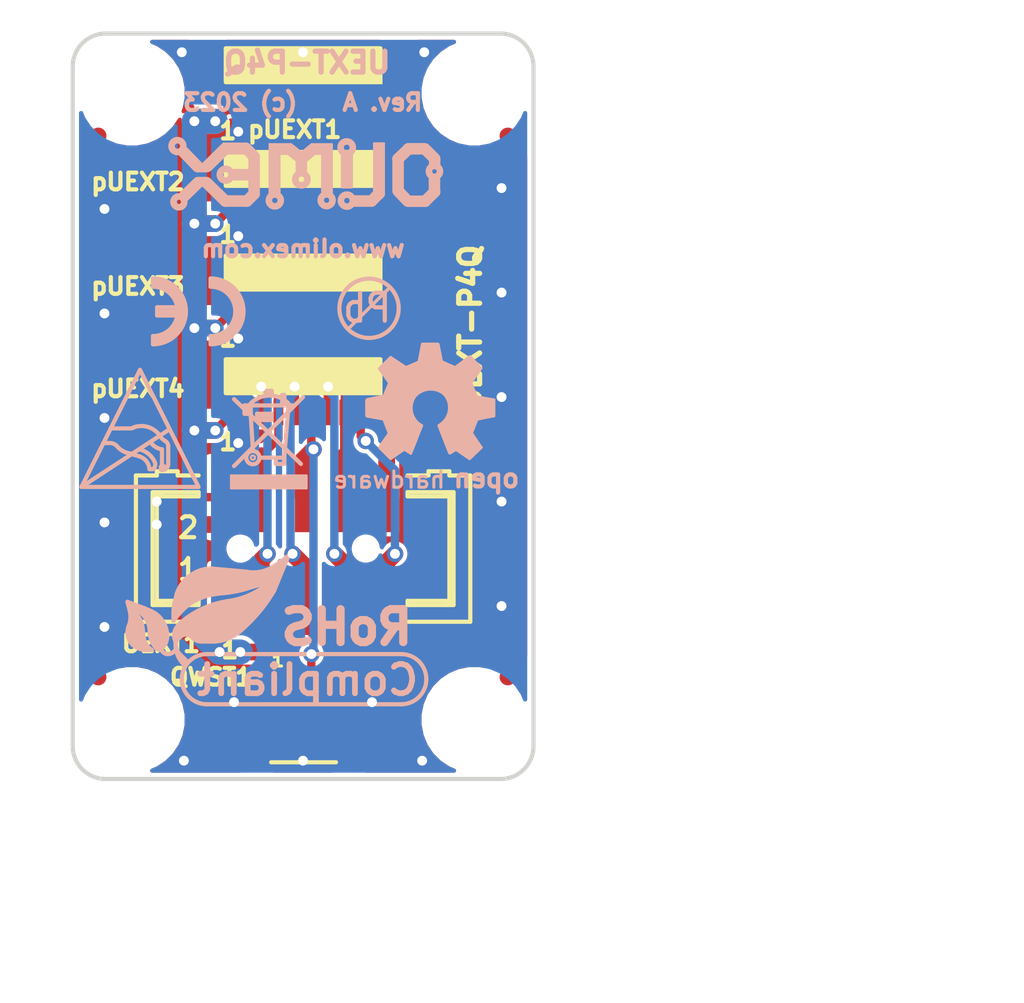
<source format=kicad_pcb>
(kicad_pcb (version 20171130) (host pcbnew 5.1.0-rc2-unknown-036be7d~80~ubuntu16.04.1)

  (general
    (thickness 1.6)
    (drawings 14)
    (tracks 193)
    (zones 0)
    (modules 21)
    (nets 15)
  )

  (page A4)
  (title_block
    (title UEXT-P4Q)
    (date 2023-05-22)
    (rev A)
    (company "OLIMEX LTD")
    (comment 1 "(c) 2023")
  )

  (layers
    (0 F.Cu signal)
    (31 B.Cu signal)
    (32 B.Adhes user)
    (33 F.Adhes user)
    (34 B.Paste user)
    (35 F.Paste user)
    (36 B.SilkS user)
    (37 F.SilkS user)
    (38 B.Mask user)
    (39 F.Mask user)
    (40 Dwgs.User user hide)
    (41 Cmts.User user)
    (42 Eco1.User user)
    (43 Eco2.User user)
    (44 Edge.Cuts user)
    (45 Margin user)
    (46 B.CrtYd user)
    (47 F.CrtYd user)
    (48 B.Fab user hide)
    (49 F.Fab user)
  )

  (setup
    (last_trace_width 0.254)
    (user_trace_width 0.254)
    (user_trace_width 0.3048)
    (user_trace_width 0.4064)
    (user_trace_width 0.508)
    (user_trace_width 0.762)
    (user_trace_width 1.016)
    (user_trace_width 1.524)
    (trace_clearance 0.254)
    (zone_clearance 0.254)
    (zone_45_only no)
    (trace_min 0.2)
    (via_size 1)
    (via_drill 0.6)
    (via_min_size 1)
    (via_min_drill 0.6)
    (uvia_size 0.3)
    (uvia_drill 0.1)
    (uvias_allowed no)
    (uvia_min_size 0.2)
    (uvia_min_drill 0.1)
    (edge_width 0.05)
    (segment_width 0.2)
    (pcb_text_width 0.3)
    (pcb_text_size 1.5 1.5)
    (mod_edge_width 0.12)
    (mod_text_size 1 1)
    (mod_text_width 0.15)
    (pad_size 1.524 1.524)
    (pad_drill 0.762)
    (pad_to_mask_clearance 0.0508)
    (aux_axis_origin 0 0)
    (visible_elements FFFDF77F)
    (pcbplotparams
      (layerselection 0x010fc_ffffffff)
      (usegerberextensions false)
      (usegerberattributes false)
      (usegerberadvancedattributes false)
      (creategerberjobfile false)
      (excludeedgelayer true)
      (linewidth 0.100000)
      (plotframeref false)
      (viasonmask false)
      (mode 1)
      (useauxorigin false)
      (hpglpennumber 1)
      (hpglpenspeed 20)
      (hpglpendiameter 15.000000)
      (psnegative false)
      (psa4output false)
      (plotreference true)
      (plotvalue false)
      (plotinvisibletext false)
      (padsonsilk false)
      (subtractmaskfromsilk false)
      (outputformat 1)
      (mirror false)
      (drillshape 0)
      (scaleselection 1)
      (outputdirectory "Gerbers/"))
  )

  (net 0 "")
  (net 1 /UART-TX)
  (net 2 /UART-RX)
  (net 3 /SCL)
  (net 4 /SDA)
  (net 5 /MISO)
  (net 6 /MOSI)
  (net 7 /SCK)
  (net 8 /CS)
  (net 9 GND)
  (net 10 "Net-(FID2-PadFid1)")
  (net 11 "Net-(FID3-PadFid1)")
  (net 12 "Net-(FID4-PadFid1)")
  (net 13 "Net-(FID1-PadFid1)")
  (net 14 +3.3V)

  (net_class Default "This is the default net class."
    (clearance 0.254)
    (trace_width 0.254)
    (via_dia 1)
    (via_drill 0.6)
    (uvia_dia 0.3)
    (uvia_drill 0.1)
    (add_net +3.3V)
    (add_net /CS)
    (add_net /MISO)
    (add_net /MOSI)
    (add_net /SCK)
    (add_net /SCL)
    (add_net /SDA)
    (add_net /UART-RX)
    (add_net /UART-TX)
    (add_net GND)
    (add_net "Net-(FID1-PadFid1)")
    (add_net "Net-(FID2-PadFid1)")
    (add_net "Net-(FID3-PadFid1)")
    (add_net "Net-(FID4-PadFid1)")
  )

  (module OLIMEX_Signs-FP:CE_Sign (layer B.Cu) (tedit 621494B2) (tstamp 646B5CD8)
    (at 79.629 143.383 180)
    (descr Sign)
    (tags Sign)
    (attr virtual)
    (fp_text reference Sign_CE (at 0 3 180 unlocked) (layer B.SilkS) hide
      (effects (font (size 1.27 1.27) (thickness 0.254)) (justify mirror))
    )
    (fp_text value CE_Sign (at 0 -3 180 unlocked) (layer B.Fab) hide
      (effects (font (size 1 1) (thickness 0.15)) (justify mirror))
    )
    (fp_arc (start 1.75 0) (end 1.75 2) (angle 180) (layer B.SilkS) (width 0.254))
    (fp_arc (start 1.75 0) (end 1.7 1.75) (angle 176.727513) (layer B.SilkS) (width 0.3))
    (fp_arc (start 1.75 0) (end 1.75 1.5) (angle 180) (layer B.SilkS) (width 0.254))
    (fp_arc (start -1.75 0) (end -1.8 1.75) (angle 176.727513) (layer B.SilkS) (width 0.3))
    (fp_arc (start -1.75 0) (end -1.75 2) (angle 180) (layer B.SilkS) (width 0.254))
    (fp_arc (start -1.75 0) (end -1.75 1.5) (angle 180) (layer B.SilkS) (width 0.254))
    (fp_circle (center -1.75 0) (end 0.25 0) (layer Dwgs.User) (width 0.254))
    (fp_circle (center 1.75 0) (end 3.75 0) (layer Dwgs.User) (width 0.254))
    (fp_circle (center -1.75 0) (end -0.25 0) (layer Dwgs.User) (width 0.254))
    (fp_circle (center 1.75 0) (end 3.25 0) (layer Dwgs.User) (width 0.254))
    (fp_line (start -1.75 2) (end -1.75 1.5) (layer B.SilkS) (width 0.254))
    (fp_line (start -1.75 -1.5) (end -1.75 -2) (layer B.SilkS) (width 0.254))
    (fp_line (start 1.75 -1.5) (end 1.75 -2) (layer B.SilkS) (width 0.254))
    (fp_line (start 1.75 2) (end 1.75 1.5) (layer B.SilkS) (width 0.254))
    (fp_line (start 0.25 0.25) (end 1.5 0.25) (layer B.SilkS) (width 0.254))
    (fp_line (start 1.5 0.25) (end 1.5 -0.25) (layer B.SilkS) (width 0.254))
    (fp_line (start 1.5 -0.25) (end 0.25 -0.25) (layer B.SilkS) (width 0.254))
    (fp_line (start 1.5 0) (end 0.25 0) (layer B.SilkS) (width 0.254))
  )

  (module OLIMEX_Signs-FP:Sign_RoHS_1 (layer B.Cu) (tedit 62149731) (tstamp 646B6D70)
    (at 93.472 166.624 180)
    (descr Sign)
    (tags Sign)
    (attr virtual)
    (fp_text reference Sign_RoHS_1 (at 3.29692 7.10184 180) (layer B.Fab) hide
      (effects (font (size 2 2) (thickness 0.5)) (justify mirror))
    )
    (fp_text value Sign_RoHS_1 (at 6.29158 -2.07264 180) (layer B.Fab) hide
      (effects (font (size 1.778 1.778) (thickness 0.35)) (justify mirror))
    )
    (fp_arc (start 15.72514 3.40614) (end 15.113 2.794) (angle -44.9) (layer B.SilkS) (width 0.254))
    (fp_arc (start 17.2974 3.7719) (end 15.7988 3.86842) (angle -45) (layer B.SilkS) (width 0.254))
    (fp_arc (start 14.26972 3.80746) (end 15.7988 3.8608) (angle -45) (layer B.SilkS) (width 0.254))
    (fp_arc (start 15.11046 3.09626) (end 15.41526 2.79146) (angle -44.9) (layer B.SilkS) (width 0.254))
    (fp_arc (start 14.96822 3.67538) (end 16.1798 3.4671) (angle -45) (layer B.SilkS) (width 0.254))
    (fp_arc (start 17.96796 3.74396) (end 16.2052 3.81508) (angle -34.7) (layer B.SilkS) (width 0.254))
    (fp_arc (start 16.0274 3.48996) (end 16.22552 2.68986) (angle -14) (layer B.SilkS) (width 0.254))
    (fp_arc (start 16.02232 3.87604) (end 16.80718 2.96418) (angle -30.9) (layer B.SilkS) (width 0.254))
    (fp_arc (start 16.07312 3.74396) (end 17.145 3.74396) (angle -45) (layer B.SilkS) (width 0.254))
    (fp_arc (start 16.15186 3.74396) (end 17.07388 4.11226) (angle -21.8) (layer B.SilkS) (width 0.254))
    (fp_arc (start 18.48866 4.67868) (end 17.07388 4.11226) (angle -35.8) (layer B.SilkS) (width 0.254))
    (fp_arc (start 16.30934 3.62458) (end 14.986 4.3815) (angle -37) (layer B.SilkS) (width 0.254))
    (fp_arc (start 16.256 3.5306) (end 14.732 3.5306) (angle -29.7) (layer B.SilkS) (width 0.254))
    (fp_arc (start 15.9258 3.5306) (end 14.81582 3.0861) (angle -21.8) (layer B.SilkS) (width 0.254))
    (fp_arc (start 14.68628 2.82448) (end 14.97838 2.53238) (angle -45) (layer B.SilkS) (width 0.254))
    (fp_arc (start 14.68628 2.91846) (end 14.68628 2.413) (angle -45) (layer B.SilkS) (width 0.254))
    (fp_arc (start 13.30198 3.04546) (end 14.224 3.048) (angle -45) (layer B.SilkS) (width 0.254))
    (fp_arc (start 12.48918 3.00228) (end 14.224 3.00228) (angle -44.9) (layer B.SilkS) (width 0.254))
    (fp_arc (start 11.96594 13.3096) (end 11.49604 6.10108) (angle -10.8) (layer B.SilkS) (width 0.254))
    (fp_arc (start 11.14298 1.9812) (end 12.0142 6.02742) (angle -18.9) (layer B.SilkS) (width 0.254))
    (fp_arc (start 10.51306 1.7272) (end 13.28928 5.51942) (angle -18.4) (layer B.SilkS) (width 0.254))
    (fp_arc (start 13.462 3.55346) (end 14.10462 4.11226) (angle -67.4) (layer B.SilkS) (width 0.254))
    (fp_arc (start 10.27938 0.1524) (end 11.3792 5.57022) (angle -29.9) (layer B.SilkS) (width 0.254))
    (fp_arc (start 11.67384 10.37844) (end 11.06932 5.63118) (angle -26.1) (layer B.SilkS) (width 0.254))
    (fp_arc (start 12.68984 3.17246) (end 14.224 3.175) (angle -45) (layer B.SilkS) (width 0.254))
    (fp_arc (start 11.30046 4.89712) (end 14.29004 5.50418) (angle -12.8) (layer B.SilkS) (width 0.254))
    (fp_arc (start 11.99896 5.3467) (end 12.09294 7.62) (angle -68.1) (layer B.SilkS) (width 0.254))
    (fp_arc (start 9.49706 9.6647) (end 9.9441 7.42442) (angle -45) (layer B.SilkS) (width 0.254))
    (fp_arc (start 11.99388 5.7658) (end 12.12088 3.175) (angle -44.9) (layer B.SilkS) (width 0.254))
    (fp_arc (start 16.57858 11.18616) (end 10.21588 3.87858) (angle -18.4) (layer B.SilkS) (width 0.254))
    (fp_arc (start 13.589 3.09118) (end 13.22832 3.44932) (angle -90) (layer B.SilkS) (width 0.254))
    (fp_arc (start 12.6365 3.93446) (end 13.17498 3.39598) (angle -45) (layer B.SilkS) (width 0.254))
    (fp_arc (start 12.319 0.889) (end 13.843 0.889) (angle -90) (layer B.SilkS) (width 0.254))
    (fp_arc (start 0.508 0.889) (end 0.508 -0.635) (angle -90) (layer B.SilkS) (width 0.254))
    (fp_arc (start 0.508 0.889) (end -1.016 0.889) (angle -90) (layer B.SilkS) (width 0.254))
    (fp_arc (start 12.319 0.889) (end 12.319 2.413) (angle -90) (layer B.SilkS) (width 0.254))
    (fp_text user Compliant (at 6.20014 0.8382 180) (layer B.SilkS)
      (effects (font (size 1.778 1.778) (thickness 0.35)) (justify mirror))
    )
    (fp_text user RoHS (at 3.81508 4.04368 180) (layer B.SilkS)
      (effects (font (size 2 2) (thickness 0.5)) (justify mirror))
    )
    (fp_line (start 12.319 2.413) (end 0.508 2.413) (layer B.SilkS) (width 0.254))
    (fp_line (start 0.508 -0.635) (end 12.319 -0.635) (layer B.SilkS) (width 0.254))
    (fp_line (start 13.17498 3.39598) (end 13.22832 3.44932) (layer B.SilkS) (width 0.254))
    (fp_line (start 13.94714 3.44932) (end 14.224 3.175) (layer B.SilkS) (width 0.254))
    (fp_line (start 7.366 8.382) (end 8.23214 6.26618) (layer B.SilkS) (width 0.254))
    (fp_line (start 10.21588 3.87858) (end 10.25144 3.84302) (layer B.SilkS) (width 0.254))
    (fp_line (start 12.12088 3.175) (end 12.6365 3.175) (layer B.SilkS) (width 0.254))
    (fp_line (start 7.366 8.382) (end 8.22706 7.76224) (layer B.SilkS) (width 0.254))
    (fp_line (start 9.9441 7.42442) (end 12.09294 7.62) (layer B.SilkS) (width 0.254))
    (fp_line (start 14.14272 6.10362) (end 14.29004 5.50418) (layer B.SilkS) (width 0.254))
    (fp_line (start 14.34846 4.826) (end 14.34846 4.445) (layer B.SilkS) (width 0.254))
    (fp_line (start 14.24686 3.22072) (end 14.224 3.175) (layer B.SilkS) (width 0.254))
    (fp_line (start 13.589 1.905) (end 13.77442 2.09042) (layer B.SilkS) (width 0.254))
    (fp_line (start 8.76046 6.731) (end 9.0424 6.38302) (layer B.SilkS) (width 0.254))
    (fp_line (start 11.06932 5.63118) (end 11.3792 5.57022) (layer B.SilkS) (width 0.254))
    (fp_line (start 13.93444 4.30022) (end 14.10462 4.11226) (layer B.SilkS) (width 0.254))
    (fp_line (start 14.34846 4.445) (end 14.34592 4.44754) (layer B.SilkS) (width 0.254))
    (fp_line (start 13.28928 5.51942) (end 13.28166 5.5245) (layer B.SilkS) (width 0.254))
    (fp_line (start 12.0142 6.02742) (end 11.49604 6.10108) (layer B.SilkS) (width 0.254))
    (fp_line (start 10.1473 6.31698) (end 8.76046 6.731) (layer B.SilkS) (width 0.254))
    (fp_line (start 13.589 1.778) (end 14.097 2.54) (layer B.SilkS) (width 0.254))
    (fp_line (start 14.224 3.00228) (end 14.224 3.048) (layer B.SilkS) (width 0.254))
    (fp_line (start 13.462 1.905) (end 13.95222 2.39522) (layer B.SilkS) (width 0.254))
    (fp_line (start 14.224 2.667) (end 14.32814 2.56032) (layer B.SilkS) (width 0.254))
    (fp_line (start 14.97838 2.53238) (end 15.113 2.667) (layer B.SilkS) (width 0.254))
    (fp_line (start 15.113 2.667) (end 14.81582 3.0861) (layer B.SilkS) (width 0.254))
    (fp_line (start 14.93266 4.28752) (end 14.986 4.3815) (layer B.SilkS) (width 0.254))
    (fp_line (start 15.70736 5.02666) (end 16.129 5.207) (layer B.SilkS) (width 0.254))
    (fp_line (start 16.129 5.207) (end 17.145 5.588) (layer B.SilkS) (width 0.254))
    (fp_line (start 17.145 5.588) (end 17.01038 5.04952) (layer B.SilkS) (width 0.254))
    (fp_line (start 16.83004 2.98704) (end 16.80718 2.96418) (layer B.SilkS) (width 0.254))
    (fp_line (start 16.0274 2.667) (end 15.6718 2.667) (layer B.SilkS) (width 0.254))
    (fp_line (start 15.1257 2.667) (end 15.113 2.667) (layer B.SilkS) (width 0.254))
    (fp_line (start 16.2052 3.85826) (end 16.1798 3.4671) (layer B.SilkS) (width 0.254))
    (fp_line (start 7.747 7.874) (end 8.76046 7.23646) (layer B.SilkS) (width 0.254))
    (fp_line (start 8.76046 7.23646) (end 9.906 7.23646) (layer B.SilkS) (width 0.508))
    (fp_line (start 9.906 7.23646) (end 10.922 7.366) (layer B.SilkS) (width 0.508))
    (fp_line (start 10.922 7.366) (end 12.573 7.366) (layer B.SilkS) (width 0.508))
    (fp_line (start 12.573 7.366) (end 13.208 6.985) (layer B.SilkS) (width 0.508))
    (fp_line (start 13.208 6.985) (end 13.716 6.477) (layer B.SilkS) (width 0.508))
    (fp_line (start 13.716 6.477) (end 13.97 5.969) (layer B.SilkS) (width 0.508))
    (fp_line (start 13.97 5.969) (end 14.097 4.953) (layer B.SilkS) (width 0.508))
    (fp_line (start 14.097 4.953) (end 13.589 5.588) (layer B.SilkS) (width 0.508))
    (fp_line (start 13.589 5.588) (end 12.954 5.969) (layer B.SilkS) (width 0.508))
    (fp_line (start 12.954 5.969) (end 13.208 6.477) (layer B.SilkS) (width 0.508))
    (fp_line (start 13.208 6.477) (end 13.589 5.969) (layer B.SilkS) (width 0.508))
    (fp_line (start 12.827 5.969) (end 12.192 6.35) (layer B.SilkS) (width 0.508))
    (fp_line (start 12.192 6.35) (end 11.684 6.35) (layer B.SilkS) (width 0.508))
    (fp_line (start 11.684 6.35) (end 11.557 6.35) (layer B.SilkS) (width 0.508))
    (fp_line (start 11.557 6.35) (end 10.414 6.477) (layer B.SilkS) (width 0.508))
    (fp_line (start 10.414 6.477) (end 9.144 6.858) (layer B.SilkS) (width 0.508))
    (fp_line (start 9.144 6.858) (end 8.636 6.985) (layer B.SilkS) (width 0.508))
    (fp_line (start 8.636 6.985) (end 13.208 6.985) (layer B.SilkS) (width 0.508))
    (fp_line (start 13.208 6.985) (end 13.208 6.731) (layer B.SilkS) (width 0.508))
    (fp_line (start 13.208 6.477) (end 13.208 6.731) (layer B.SilkS) (width 0.508))
    (fp_line (start 13.208 6.731) (end 8.255 6.8072) (layer B.SilkS) (width 0.508))
    (fp_line (start 13.335 6.35) (end 11.684 6.35) (layer B.SilkS) (width 0.508))
    (fp_line (start 7.747 7.874) (end 8.255 6.985) (layer B.SilkS) (width 0.508))
    (fp_line (start 8.255 6.985) (end 8.382 6.477) (layer B.SilkS) (width 0.508))
    (fp_line (start 8.382 6.477) (end 8.76046 5.969) (layer B.SilkS) (width 0.508))
    (fp_line (start 8.76046 5.969) (end 8.76046 6.35) (layer B.SilkS) (width 0.508))
    (fp_line (start 8.76046 6.35) (end 8.382 7.23646) (layer B.SilkS) (width 0.508))
    (fp_line (start 8.89 5.842) (end 9.271 5.334) (layer B.SilkS) (width 0.508))
    (fp_line (start 9.271 5.334) (end 9.525 4.953) (layer B.SilkS) (width 0.508))
    (fp_line (start 9.525 4.953) (end 10.414 4.064) (layer B.SilkS) (width 0.508))
    (fp_line (start 10.414 4.064) (end 10.922 3.683) (layer B.SilkS) (width 0.508))
    (fp_line (start 10.922 3.683) (end 11.811 3.429) (layer B.SilkS) (width 0.508))
    (fp_line (start 11.811 3.429) (end 12.7 3.429) (layer B.SilkS) (width 0.508))
    (fp_line (start 12.7 3.429) (end 13.462 3.937) (layer B.SilkS) (width 0.508))
    (fp_line (start 13.462 3.937) (end 13.843 3.81) (layer B.SilkS) (width 0.508))
    (fp_line (start 13.843 3.81) (end 14.097 3.556) (layer B.SilkS) (width 0.508))
    (fp_line (start 14.097 3.556) (end 13.843 4.064) (layer B.SilkS) (width 0.508))
    (fp_line (start 13.843 4.064) (end 13.335 4.572) (layer B.SilkS) (width 0.508))
    (fp_line (start 13.335 4.572) (end 12.6492 4.9784) (layer B.SilkS) (width 0.508))
    (fp_line (start 12.6492 4.9784) (end 11.2522 5.461) (layer B.SilkS) (width 0.508))
    (fp_line (start 11.2522 5.461) (end 10.6426 5.461) (layer B.SilkS) (width 0.508))
    (fp_line (start 10.6426 5.461) (end 9.906 5.715) (layer B.SilkS) (width 0.508))
    (fp_line (start 9.906 5.715) (end 9.144 6.096) (layer B.SilkS) (width 0.508))
    (fp_line (start 9.271 5.715) (end 10.033 5.08) (layer B.SilkS) (width 0.508))
    (fp_line (start 10.033 5.08) (end 10.16 5.207) (layer B.SilkS) (width 0.508))
    (fp_line (start 10.16 5.207) (end 10.287 5.207) (layer B.SilkS) (width 0.508))
    (fp_line (start 10.287 5.207) (end 11.43 5.08) (layer B.SilkS) (width 0.508))
    (fp_line (start 11.43 5.08) (end 12.446 4.826) (layer B.SilkS) (width 0.508))
    (fp_line (start 12.446 4.826) (end 13.081 4.318) (layer B.SilkS) (width 0.508))
    (fp_line (start 13.081 4.318) (end 13.208 4.191) (layer B.SilkS) (width 0.508))
    (fp_line (start 13.208 4.191) (end 13.081 3.937) (layer B.SilkS) (width 0.508))
    (fp_line (start 13.081 3.937) (end 12.827 3.937) (layer B.SilkS) (width 0.508))
    (fp_line (start 12.827 3.937) (end 12.446 3.81) (layer B.SilkS) (width 0.508))
    (fp_line (start 12.446 3.81) (end 11.811 3.81) (layer B.SilkS) (width 0.508))
    (fp_line (start 11.811 3.81) (end 11.43 3.937) (layer B.SilkS) (width 0.508))
    (fp_line (start 11.43 3.937) (end 10.922 4.064) (layer B.SilkS) (width 0.508))
    (fp_line (start 10.922 4.064) (end 10.287 4.572) (layer B.SilkS) (width 0.508))
    (fp_line (start 10.287 4.572) (end 10.16 4.699) (layer B.SilkS) (width 0.508))
    (fp_line (start 10.16 4.699) (end 10.287 4.826) (layer B.SilkS) (width 0.508))
    (fp_line (start 10.287 4.826) (end 10.795 4.826) (layer B.SilkS) (width 0.508))
    (fp_line (start 10.795 4.826) (end 11.811 4.572) (layer B.SilkS) (width 0.508))
    (fp_line (start 11.811 4.572) (end 12.065 4.572) (layer B.SilkS) (width 0.508))
    (fp_line (start 12.065 4.572) (end 12.573 4.318) (layer B.SilkS) (width 0.508))
    (fp_line (start 12.573 4.318) (end 12.573 4.191) (layer B.SilkS) (width 0.508))
    (fp_line (start 12.573 4.191) (end 12.446 4.064) (layer B.SilkS) (width 0.508))
    (fp_line (start 12.446 4.064) (end 12.065 4.191) (layer B.SilkS) (width 0.508))
    (fp_line (start 12.065 4.191) (end 10.795 4.445) (layer B.SilkS) (width 0.508))
    (fp_line (start 15.41526 2.79146) (end 15.38732 2.76352) (layer B.SilkS) (width 0.254))
    (fp_line (start 15.7988 3.8608) (end 15.7988 3.86842) (layer B.SilkS) (width 0.254))
    (fp_line (start 14.859 3.40614) (end 14.859 3.429) (layer B.SilkS) (width 0.254))
    (fp_line (start 14.859 3.429) (end 14.859 3.683) (layer B.SilkS) (width 0.254))
    (fp_line (start 14.859 3.683) (end 14.986 3.683) (layer B.SilkS) (width 0.254))
    (fp_line (start 14.986 3.683) (end 15.113 3.683) (layer B.SilkS) (width 0.254))
    (fp_line (start 15.113 3.683) (end 15.113 3.048) (layer B.SilkS) (width 0.254))
    (fp_line (start 14.986 3.683) (end 14.986 3.556) (layer B.SilkS) (width 0.254))
    (fp_line (start 14.986 3.556) (end 14.986 3.175) (layer B.SilkS) (width 0.254))
    (fp_line (start 14.986 3.175) (end 14.986 3.048) (layer B.SilkS) (width 0.254))
    (fp_line (start 14.986 3.048) (end 14.986 2.921) (layer B.SilkS) (width 0.254))
    (fp_line (start 15.113 3.683) (end 15.494 3.683) (layer B.SilkS) (width 0.254))
    (fp_line (start 15.494 3.683) (end 15.748 3.683) (layer B.SilkS) (width 0.254))
    (fp_line (start 15.748 3.683) (end 15.24 2.794) (layer B.SilkS) (width 0.254))
    (fp_line (start 15.494 3.683) (end 15.494 3.175) (layer B.SilkS) (width 0.254))
    (fp_line (start 14.986 3.556) (end 15.621 3.556) (layer B.SilkS) (width 0.254))
    (fp_line (start 14.859 3.429) (end 15.621 3.429) (layer B.SilkS) (width 0.254))
    (fp_line (start 14.859 3.302) (end 15.621 3.302) (layer B.SilkS) (width 0.254))
    (fp_line (start 14.986 3.175) (end 15.621 3.175) (layer B.SilkS) (width 0.254))
    (fp_line (start 14.986 3.048) (end 15.494 3.048) (layer B.SilkS) (width 0.254))
    (fp_line (start 15.748 3.81) (end 14.859 3.81) (layer B.SilkS) (width 0.254))
    (fp_line (start 15.748 3.937) (end 14.859 3.937) (layer B.SilkS) (width 0.254))
    (fp_line (start 15.748 4.064) (end 14.986 4.064) (layer B.SilkS) (width 0.254))
    (fp_line (start 15.748 4.191) (end 14.986 4.191) (layer B.SilkS) (width 0.254))
    (fp_line (start 15.875 4.318) (end 14.986 4.318) (layer B.SilkS) (width 0.254))
    (fp_line (start 15.875 4.445) (end 15.113 4.445) (layer B.SilkS) (width 0.254))
    (fp_line (start 16.002 4.572) (end 15.24 4.572) (layer B.SilkS) (width 0.254))
    (fp_line (start 16.002 4.699) (end 15.367 4.699) (layer B.SilkS) (width 0.254))
    (fp_line (start 16.129 4.826) (end 15.621 4.826) (layer B.SilkS) (width 0.254))
    (fp_line (start 16.891 4.953) (end 16.764 4.953) (layer B.SilkS) (width 0.254))
    (fp_line (start 16.764 4.953) (end 16.637 4.953) (layer B.SilkS) (width 0.254))
    (fp_line (start 16.637 4.953) (end 15.748 4.953) (layer B.SilkS) (width 0.254))
    (fp_line (start 16.129 5.08) (end 16.891 5.08) (layer B.SilkS) (width 0.254))
    (fp_line (start 16.383 5.207) (end 17.018 5.207) (layer B.SilkS) (width 0.254))
    (fp_line (start 16.51 5.334) (end 17.018 5.334) (layer B.SilkS) (width 0.254))
    (fp_line (start 16.637 4.953) (end 16.637 4.445) (layer B.SilkS) (width 0.254))
    (fp_line (start 16.764 4.953) (end 16.764 4.445) (layer B.SilkS) (width 0.254))
    (fp_line (start 16.383 4.445) (end 16.891 4.445) (layer B.SilkS) (width 0.254))
    (fp_line (start 16.383 4.318) (end 16.891 4.318) (layer B.SilkS) (width 0.254))
    (fp_line (start 16.256 4.191) (end 16.891 4.191) (layer B.SilkS) (width 0.254))
    (fp_line (start 16.256 4.064) (end 17.018 4.064) (layer B.SilkS) (width 0.254))
    (fp_line (start 16.256 3.937) (end 17.018 3.937) (layer B.SilkS) (width 0.254))
    (fp_line (start 16.256 3.81) (end 17.018 3.81) (layer B.SilkS) (width 0.254))
    (fp_line (start 16.256 3.683) (end 17.018 3.683) (layer B.SilkS) (width 0.254))
    (fp_line (start 16.256 3.556) (end 17.018 3.556) (layer B.SilkS) (width 0.254))
    (fp_line (start 16.256 3.429) (end 17.018 3.429) (layer B.SilkS) (width 0.254))
    (fp_line (start 16.1798 3.302) (end 17.018 3.302) (layer B.SilkS) (width 0.254))
    (fp_line (start 16.129 3.175) (end 16.891 3.175) (layer B.SilkS) (width 0.254))
    (fp_line (start 16.129 3.048) (end 16.764 3.048) (layer B.SilkS) (width 0.254))
    (fp_line (start 16.002 2.921) (end 16.637 2.921) (layer B.SilkS) (width 0.254))
    (fp_line (start 15.875 2.794) (end 16.383 2.794) (layer B.SilkS) (width 0.254))
  )

  (module OLIMEX_LOGOs-FP:LOGO_OPENHARDWARE_8x8 (layer B.Cu) (tedit 55534E4A) (tstamp 606E6DC1)
    (at 94.742 149.352 180)
    (fp_text reference "" (at 0 -0.5) (layer B.Fab) hide
      (effects (font (size 1 1) (thickness 0.15)) (justify mirror))
    )
    (fp_text value "" (at 0 0.5) (layer B.Fab) hide
      (effects (font (size 1 1) (thickness 0.15)) (justify mirror))
    )
    (fp_line (start 1.16332 -1.0668) (end 1.49606 -1.79832) (layer B.SilkS) (width 1))
    (fp_line (start 1.16332 -1.15824) (end 2.34442 -2.1717) (layer B.SilkS) (width 1))
    (fp_line (start 1.27762 -1.02108) (end 1.89484 -1.34874) (layer B.SilkS) (width 1))
    (fp_line (start 1.59766 -0.60198) (end 2.20726 -0.70866) (layer B.SilkS) (width 1))
    (fp_line (start 2.43332 0.55626) (end 1.71196 0.40894) (layer B.SilkS) (width 1))
    (fp_line (start 2.19202 1.24968) (end 1.5367 0.88392) (layer B.SilkS) (width 1))
    (fp_line (start 1.32334 2.11836) (end 0.90424 1.53162) (layer B.SilkS) (width 1))
    (fp_line (start 0.7366 2.36982) (end 0.51562 1.68402) (layer B.SilkS) (width 1))
    (fp_line (start -0.52832 2.38506) (end -0.36068 1.77546) (layer B.SilkS) (width 1))
    (fp_line (start -0.96266 2.12598) (end -0.7874 1.76784) (layer B.SilkS) (width 1))
    (fp_line (start -1.96088 1.34874) (end -1.50368 1.05918) (layer B.SilkS) (width 1))
    (fp_line (start -2.13614 0.86868) (end -1.69418 0.70866) (layer B.SilkS) (width 1))
    (fp_line (start -2.46126 -0.37592) (end -1.75514 -0.24892) (layer B.SilkS) (width 1))
    (fp_line (start -2.21234 -1.02108) (end -1.64846 -0.54102) (layer B.SilkS) (width 1))
    (fp_line (start -1.54686 -1.92024) (end -1.1811 -1.15824) (layer B.SilkS) (width 1))
    (fp_line (start 3.24358 0.13208) (end 1.77546 0.04572) (layer B.SilkS) (width 1))
    (fp_line (start 2.25298 2.31648) (end 1.14046 1.24968) (layer B.SilkS) (width 1))
    (fp_line (start -0.0127 3.37312) (end -0.00762 1.85928) (layer B.SilkS) (width 1))
    (fp_line (start -2.2733 2.39776) (end -1.21158 1.29032) (layer B.SilkS) (width 1))
    (fp_line (start -3.25882 0.11176) (end -1.8415 0.17272) (layer B.SilkS) (width 1))
    (fp_line (start -2.2225 -2.09296) (end -1.36906 -1.07188) (layer B.SilkS) (width 1))
    (fp_line (start -1.2065 -0.66294) (end -0.89916 -0.92964) (layer B.SilkS) (width 0.15))
    (fp_line (start -1.5367 2.25044) (end -0.55372 2.7432) (layer B.SilkS) (width 0.15))
    (fp_line (start 0.64262 -1.25476) (end 0.5207 -0.97028) (layer B.SilkS) (width 0.15))
    (fp_line (start 0.77978 -0.8001) (end 0.52578 -0.9652) (layer B.SilkS) (width 0.15))
    (fp_line (start -0.72136 -0.79756) (end -0.4953 -0.97282) (layer B.SilkS) (width 0.15))
    (fp_line (start -1.08966 -0.68326) (end -0.83058 -1.02108) (layer B.SilkS) (width 0.15))
    (fp_line (start -1.31318 -0.46228) (end -1.2192 -0.63246) (layer B.SilkS) (width 0.15))
    (fp_line (start -1.31318 -0.46228) (end -1.2192 -0.63246) (layer B.SilkS) (width 0.15))
    (fp_line (start -1.45034 0.39116) (end -1.31826 -0.4318) (layer B.SilkS) (width 0.15))
    (fp_line (start -1.02616 1.12776) (end -1.44526 0.39624) (layer B.SilkS) (width 0.15))
    (fp_line (start -0.15494 1.55702) (end -1.02616 1.12776) (layer B.SilkS) (width 0.15))
    (fp_line (start 0.6604 1.38938) (end -0.15494 1.5494) (layer B.SilkS) (width 0.15))
    (fp_line (start 1.17094 0.96012) (end 0.6604 1.38938) (layer B.SilkS) (width 0.15))
    (fp_line (start 1.40462 0.28702) (end 1.17094 0.96012) (layer B.SilkS) (width 0.15))
    (fp_line (start 1.39954 -0.21844) (end 1.39954 0.29972) (layer B.SilkS) (width 0.15))
    (fp_line (start 1.02362 -0.92964) (end 1.39954 -0.21844) (layer B.SilkS) (width 0.15))
    (fp_line (start 0.84582 -1.05156) (end 1.02362 -0.92964) (layer B.SilkS) (width 0.15))
    (fp_line (start -2.4257 2.96926) (end -1.54178 2.2479) (layer B.SilkS) (width 0.15))
    (fp_line (start -2.18186 1.61544) (end -2.78384 2.52476) (layer B.SilkS) (width 0.15))
    (fp_line (start -2.18694 1.62052) (end -2.57302 0.6223) (layer B.SilkS) (width 0.15))
    (fp_line (start -3.71602 0.35306) (end -2.60096 0.59944) (layer B.SilkS) (width 0.15))
    (fp_line (start -3.57378 0.40894) (end -3.57378 -0.2413) (layer B.SilkS) (width 0.15))
    (fp_line (start 0.80264 -0.99314) (end 1.33096 -2.3749) (layer B.SilkS) (width 0.15))
    (fp_line (start 1.1938 -2.67208) (end 0.80772 -1.69164) (layer B.SilkS) (width 0.15))
    (fp_line (start 1.72212 -2.34442) (end 1.1938 -2.67208) (layer B.SilkS) (width 0.15))
    (fp_line (start 2.40538 -2.67716) (end 1.58496 -2.14884) (layer B.SilkS) (width 0.15))
    (fp_line (start 1.54178 -2.37236) (end 2.41808 -2.99212) (layer B.SilkS) (width 0.15))
    (fp_line (start 2.42824 -2.98704) (end 3.1115 -2.29616) (layer B.SilkS) (width 0.15))
    (fp_line (start 2.82448 -2.21234) (end 2.33934 -2.7432) (layer B.SilkS) (width 0.15))
    (fp_line (start 2.8575 -0.57658) (end 2.4765 -1.55702) (layer B.SilkS) (width 0.15))
    (fp_line (start 2.75336 -0.6096) (end 3.87604 -0.39878) (layer B.SilkS) (width 0.15))
    (fp_line (start 3.89128 0.57912) (end 3.88874 -0.37846) (layer B.SilkS) (width 0.15))
    (fp_line (start 3.80746 -0.16256) (end 2.70002 -0.38608) (layer B.SilkS) (width 0.15))
    (fp_line (start 2.50444 1.60782) (end 2.8702 0.73914) (layer B.SilkS) (width 0.15))
    (fp_line (start 3.11912 2.4892) (end 2.41554 1.4986) (layer B.SilkS) (width 0.15))
    (fp_line (start 2.42062 3.1877) (end 3.11404 2.49682) (layer B.SilkS) (width 0.15))
    (fp_line (start 1.40462 2.51206) (end 2.41554 3.18516) (layer B.SilkS) (width 0.15))
    (fp_line (start 0.71882 2.89814) (end 1.524 2.56032) (layer B.SilkS) (width 0.15))
    (fp_line (start 0.50292 3.9878) (end 0.72898 2.81686) (layer B.SilkS) (width 0.15))
    (fp_line (start -0.46228 3.9878) (end 0.50292 3.9878) (layer B.SilkS) (width 0.15))
    (fp_line (start -0.47244 3.98018) (end -0.6731 2.95402) (layer B.SilkS) (width 0.15))
    (fp_line (start -1.4605 2.58572) (end -0.55626 2.96418) (layer B.SilkS) (width 0.15))
    (fp_line (start -2.39522 3.23342) (end -1.42494 2.51714) (layer B.SilkS) (width 0.15))
    (fp_line (start -3.08102 2.51714) (end -2.40792 3.23088) (layer B.SilkS) (width 0.15))
    (fp_line (start -3.0607 2.48158) (end -2.46634 1.62814) (layer B.SilkS) (width 0.15))
    (fp_line (start -2.79908 0.79756) (end -2.4638 1.63068) (layer B.SilkS) (width 0.15))
    (fp_line (start -3.86842 0.59944) (end -2.69748 0.80264) (layer B.SilkS) (width 0.15))
    (fp_line (start -3.86588 0.5969) (end -3.86588 -0.38862) (layer B.SilkS) (width 0.15))
    (fp_line (start -3.86588 -0.39624) (end -2.794 -0.59182) (layer B.SilkS) (width 0.15))
    (fp_line (start -3.10388 -2.30378) (end -2.50698 -1.44018) (layer B.SilkS) (width 0.15))
    (fp_line (start -2.3749 -2.99974) (end -3.09626 -2.30632) (layer B.SilkS) (width 0.15))
    (fp_line (start -1.54178 -2.42824) (end -2.36728 -2.99212) (layer B.SilkS) (width 0.15))
    (fp_line (start -1.52908 -2.4384) (end -1.18364 -2.65938) (layer B.SilkS) (width 0.15))
    (fp_line (start -1.14554 -2.6416) (end -0.4953 -0.97282) (layer B.SilkS) (width 0.15))
    (fp_line (start 2.42062 -2.8321) (end 2.97434 -2.286) (layer B.SilkS) (width 0.37))
    (fp_line (start 2.35458 -1.39192) (end 2.97434 -2.27838) (layer B.SilkS) (width 0.37))
    (fp_line (start 1.2319 -2.45872) (end 0.65786 -1.01854) (layer B.SilkS) (width 0.37))
    (fp_line (start 1.56972 -2.2733) (end 1.2319 -2.45872) (layer B.SilkS) (width 0.37))
    (fp_line (start 2.40538 -2.83972) (end 1.56972 -2.2733) (layer B.SilkS) (width 0.37))
    (fp_line (start 2.76098 -0.48006) (end 2.35458 -1.39192) (layer B.SilkS) (width 0.37))
    (fp_line (start 3.77444 -0.30988) (end 2.76098 -0.48006) (layer B.SilkS) (width 0.37))
    (fp_line (start 3.77444 0.52578) (end 3.77444 -0.30988) (layer B.SilkS) (width 0.37))
    (fp_line (start 2.6924 0.75438) (end 3.77444 0.52578) (layer B.SilkS) (width 0.37))
    (fp_line (start 2.35204 1.69164) (end 2.6924 0.75438) (layer B.SilkS) (width 0.37))
    (fp_line (start 2.96926 2.48158) (end 2.35204 1.69164) (layer B.SilkS) (width 0.37))
    (fp_line (start 2.41554 3.03022) (end 2.96926 2.48412) (layer B.SilkS) (width 0.37))
    (fp_line (start 1.5113 2.39776) (end 2.41554 3.0322) (layer B.SilkS) (width 0.37))
    (fp_line (start 0.5969 2.84226) (end 1.4986 2.39268) (layer B.SilkS) (width 0.37))
    (fp_line (start 0.38354 3.8608) (end 0.5969 2.84226) (layer B.SilkS) (width 0.37))
    (fp_line (start -0.38354 3.88112) (end 0.40132 3.88112) (layer B.SilkS) (width 0.37))
    (fp_line (start -0.37592 3.86842) (end -0.58166 2.85496) (layer B.SilkS) (width 0.37))
    (fp_line (start -1.48082 2.42824) (end -0.635 2.83464) (layer B.SilkS) (width 0.37))
    (fp_line (start -2.36982 3.07086) (end -1.54178 2.41808) (layer B.SilkS) (width 0.37))
    (fp_line (start -2.91846 2.51206) (end -2.41808 3.04546) (layer B.SilkS) (width 0.38))
    (fp_line (start -2.9083 2.4892) (end -2.35204 1.6383) (layer B.SilkS) (width 0.37))
    (fp_line (start -2.6797 0.72136) (end -2.33172 1.5875) (layer B.SilkS) (width 0.37))
    (fp_line (start -3.72872 0.50546) (end -2.71018 0.6858) (layer B.SilkS) (width 0.37))
    (fp_line (start -3.71602 0.49276) (end -3.7211 -0.29464) (layer B.SilkS) (width 0.38))
    (fp_line (start -3.72618 -0.28448) (end -2.77622 -0.50292) (layer B.SilkS) (width 0.37))
    (fp_line (start -2.74828 -0.52578) (end -2.39014 -1.4097) (layer B.SilkS) (width 0.37))
    (fp_line (start -2.92354 -2.286) (end -2.39014 -1.45288) (layer B.SilkS) (width 0.37))
    (fp_line (start -2.93878 -2.286) (end -2.3749 -2.82448) (layer B.SilkS) (width 0.38))
    (fp_line (start -2.3622 -2.82448) (end -1.58242 -2.29362) (layer B.SilkS) (width 0.4))
    (fp_line (start -1.57226 -2.27584) (end -1.25476 -2.48158) (layer B.SilkS) (width 0.37))
    (fp_line (start -1.22682 -2.46126) (end -0.67564 -1.03886) (layer B.SilkS) (width 0.42))
    (fp_text user hardware (at 2.51206 -4.2672) (layer B.SilkS)
      (effects (font (size 1 1) (thickness 0.18)) (justify mirror))
    )
    (fp_text user open (at -3.40106 -4.17576) (layer B.SilkS)
      (effects (font (size 1.1 1.1) (thickness 0.254)) (justify mirror))
    )
    (fp_arc (start 0.0635 0.11684) (end -0.8255 -0.84836) (angle -90) (layer B.SilkS) (width 0.37))
    (fp_arc (start -0.0127 -0.03048) (end -0.8763 1.03124) (angle -90) (layer B.SilkS) (width 0.37))
    (fp_arc (start -0.07874 0.1016) (end 1.03886 0.84836) (angle -90) (layer B.SilkS) (width 0.37))
  )

  (module OLIMEX_LOGOs-FP:OLIMEX_LOGO_TB (layer B.Cu) (tedit 5530FAE4) (tstamp 606DE707)
    (at 86.995 135.001 180)
    (fp_text reference "" (at -2.4003 3.0607) (layer B.Fab) hide
      (effects (font (size 1 1) (thickness 0.15)) (justify mirror))
    )
    (fp_text value "" (at -1.6637 -3.7084) (layer B.Fab) hide
      (effects (font (size 1 1) (thickness 0.15)) (justify mirror))
    )
    (fp_line (start 3.4163 1.8288) (end 4.7879 1.8288) (layer B.SilkS) (width 0.1))
    (fp_line (start 4.7879 1.8288) (end 4.8387 1.8288) (layer B.SilkS) (width 0.1))
    (fp_line (start 4.8387 1.8288) (end 6.096 0.5842) (layer B.SilkS) (width 0.1))
    (fp_line (start 1.8923 1.7145) (end 1.9939 1.7145) (layer B.SilkS) (width 0.1))
    (fp_line (start 2.0447 1.778) (end 2.0447 1.7907) (layer B.SilkS) (width 0.1))
    (fp_line (start 2.0447 1.7907) (end 0.7493 1.7907) (layer B.SilkS) (width 0.1))
    (fp_line (start 0.7493 1.7907) (end 0.7239 1.7907) (layer B.SilkS) (width 0.1))
    (fp_line (start 0.7239 1.7907) (end 0.1016 1.2954) (layer B.SilkS) (width 0.1))
    (fp_line (start 2.0447 -1.2319) (end 2.0447 1.778) (layer B.SilkS) (width 0.1))
    (fp_line (start -1.6129 1.7272) (end -1.6891 1.7272) (layer B.SilkS) (width 0.1))
    (fp_line (start -1.7653 1.7907) (end -0.5207 1.7907) (layer B.SilkS) (width 0.1))
    (fp_line (start -0.5207 1.7907) (end 0.0635 1.3081) (layer B.SilkS) (width 0.1))
    (fp_line (start -1.7653 -1.2065) (end -1.7653 1.778) (layer B.SilkS) (width 0.1))
    (fp_line (start -2.5019 -0.8001) (end -2.413 -0.8001) (layer B.SilkS) (width 0.1))
    (fp_line (start -2.8448 -0.8001) (end -2.9083 -0.8001) (layer B.SilkS) (width 0.1))
    (fp_line (start -2.9845 -0.8636) (end -2.3749 -0.8636) (layer B.SilkS) (width 0.1))
    (fp_line (start -2.3749 -0.8636) (end -2.3495 -0.8636) (layer B.SilkS) (width 0.1))
    (fp_line (start -2.3495 -0.8636) (end -2.3495 1.1557) (layer B.SilkS) (width 0.1))
    (fp_line (start -2.9845 1.1557) (end -2.9845 -0.8636) (layer B.SilkS) (width 0.1))
    (fp_line (start -4.4831 1.7653) (end -4.3688 1.7653) (layer B.SilkS) (width 0.1))
    (fp_line (start -4.6101 1.8415) (end -4.3053 1.8415) (layer B.SilkS) (width 0.1))
    (fp_line (start -4.3053 1.8415) (end -4.3053 -1.1938) (layer B.SilkS) (width 0.1))
    (fp_line (start -4.7879 1.7526) (end -4.8514 1.7653) (layer B.SilkS) (width 0.1))
    (fp_line (start -4.9022 1.8415) (end -4.9149 1.8415) (layer B.SilkS) (width 0.1))
    (fp_line (start -4.9149 1.8415) (end -4.9276 1.8415) (layer B.SilkS) (width 0.1))
    (fp_line (start -4.9276 1.8415) (end -4.9276 -1.3081) (layer B.SilkS) (width 0.1))
    (fp_line (start -4.6228 1.8415) (end -4.9022 1.8415) (layer B.SilkS) (width 0.1))
    (fp_line (start -4.6228 -1.2319) (end -4.6228 1.4986) (layer B.SilkS) (width 0.7))
    (fp_line (start 1.7145 1.4859) (end 1.7145 -1.1176) (layer B.SilkS) (width 0.7))
    (fp_line (start -6.4008 1.4986) (end -7.4041 1.4986) (layer B.SilkS) (width 0.7))
    (fp_line (start -5.7785 0.889) (end -5.7785 -1.0414) (layer B.SilkS) (width 0.7))
    (fp_line (start -8.001 0.8509) (end -8.001 0.6096) (layer B.SilkS) (width 0.7))
    (fp_line (start -8.001 -1.1176) (end -7.4168 -1.6891) (layer B.SilkS) (width 0.7))
    (fp_line (start -7.9883 -1.1303) (end -7.9883 -0.3683) (layer B.SilkS) (width 0.7))
    (fp_line (start -7.4295 -1.6891) (end -6.3881 -1.6891) (layer B.SilkS) (width 0.7))
    (fp_circle (center 4.699 -0.0762) (end 4.9657 0.1651) (layer B.SilkS) (width 0.4))
    (fp_line (start 4.191 -0.0762) (end 2.9718 -0.0762) (layer B.SilkS) (width 0.7))
    (fp_circle (center 7.6327 1.6637) (end 7.9375 1.8542) (layer B.SilkS) (width 0.4))
    (fp_line (start 7.2644 1.3081) (end 6.4008 0.4144) (layer B.SilkS) (width 0.7))
    (fp_line (start 5.842 0.3175) (end 6.4008 0.3175) (layer B.SilkS) (width 0.5))
    (fp_line (start 4.7244 1.4986) (end 5.8166 0.4318) (layer B.SilkS) (width 0.7))
    (fp_line (start 3.5025 1.4986) (end 4.7244 1.4986) (layer B.SilkS) (width 0.7))
    (fp_line (start 2.9718 1.016) (end 3.4544 1.524) (layer B.SilkS) (width 0.7))
    (fp_line (start 2.9718 0.9906) (end 2.9718 -1.2446) (layer B.SilkS) (width 0.7))
    (fp_line (start 2.9718 -1.2446) (end 3.4036 -1.6764) (layer B.SilkS) (width 0.7))
    (fp_line (start 3.4036 -1.6764) (end 4.7244 -1.6764) (layer B.SilkS) (width 0.7))
    (fp_line (start 4.7244 -1.6764) (end 5.8674 -0.5588) (layer B.SilkS) (width 0.7))
    (fp_line (start 5.8674 -0.4572) (end 6.4008 -0.4572) (layer B.SilkS) (width 0.5))
    (fp_line (start 7.2136 -1.3716) (end 6.3754 -0.5588) (layer B.SilkS) (width 0.7))
    (fp_circle (center 7.5438 -1.7272) (end 7.8359 -1.5748) (layer B.SilkS) (width 0.4))
    (fp_circle (center 1.7145 -1.6383) (end 1.9304 -1.3462) (layer B.SilkS) (width 0.4))
    (fp_line (start 0.8128 1.4732) (end 1.7018 1.4732) (layer B.SilkS) (width 0.7))
    (fp_circle (center 0.1016 -0.3556) (end 0.3302 -0.0635) (layer B.SilkS) (width 0.4))
    (fp_line (start 0.1778 0.9652) (end 0.8128 1.4732) (layer B.SilkS) (width 0.7))
    (fp_line (start 0.1016 0.1778) (end 0.1016 0.889) (layer B.SilkS) (width 0.7))
    (fp_line (start -0.6096 1.4732) (end 0 0.9652) (layer B.SilkS) (width 0.7))
    (fp_line (start -1.4478 1.4732) (end -0.6096 1.4732) (layer B.SilkS) (width 0.7))
    (fp_line (start -1.4478 -1.1176) (end -1.4478 1.4732) (layer B.SilkS) (width 0.7))
    (fp_circle (center -1.4351 -1.6256) (end -1.1938 -1.3589) (layer B.SilkS) (width 0.4))
    (fp_circle (center -2.6543 1.5748) (end -2.54 1.9304) (layer B.SilkS) (width 0.4))
    (fp_line (start -2.667 1.0414) (end -2.667 -0.5588) (layer B.SilkS) (width 0.7))
    (fp_circle (center -2.667 -1.651) (end -2.4638 -1.3462) (layer B.SilkS) (width 0.4))
    (fp_line (start -3.1798 -1.6764) (end -4.1656 -1.6764) (layer B.SilkS) (width 0.7))
    (fp_line (start -4.1656 -1.6764) (end -4.6228 -1.2192) (layer B.SilkS) (width 0.7))
    (fp_line (start -5.7912 -1.0795) (end -6.35 -1.6637) (layer B.SilkS) (width 0.7))
    (fp_line (start -6.4008 1.4859) (end -5.7658 0.8763) (layer B.SilkS) (width 0.7))
    (fp_line (start -8.001 0.9017) (end -7.493 1.4097) (layer B.SilkS) (width 0.7))
    (fp_circle (center -7.9883 0.127) (end -7.6708 0.2413) (layer B.SilkS) (width 0.4))
  )

  (module OLIMEX_LOGOs-FP:LOGO_RECYCLEBIN_1 (layer B.Cu) (tedit 552CE91B) (tstamp 602A65E1)
    (at 87.249 154.178 180)
    (fp_text reference Recycle_bin (at 2.11 7.12) (layer B.Fab) hide
      (effects (font (size 1 1) (thickness 0.15)) (justify mirror))
    )
    (fp_text value "" (at 2.85 -1.56) (layer B.Fab) hide
      (effects (font (size 1 1) (thickness 0.15)) (justify mirror))
    )
    (fp_line (start 4.62 0.812) (end 4.62 0.05) (layer B.SilkS) (width 0.15))
    (fp_line (start 0.048 0.812) (end 4.62 0.812) (layer B.SilkS) (width 0.15))
    (fp_line (start 0.048 0.05) (end 0.048 0.812) (layer B.SilkS) (width 0.15))
    (fp_line (start 4.62 0.05) (end 0.048 0.05) (layer B.SilkS) (width 0.15))
    (fp_line (start 4.5692 0.7612) (end 0.1496 0.7612) (layer B.SilkS) (width 0.15))
    (fp_line (start 0.0988 0.6596) (end 4.5692 0.6596) (layer B.SilkS) (width 0.15))
    (fp_line (start 4.5692 0.5072) (end 0.1496 0.5072) (layer B.SilkS) (width 0.15))
    (fp_line (start 4.5692 0.3548) (end 0.1496 0.3548) (layer B.SilkS) (width 0.15))
    (fp_line (start 0.0988 0.6088) (end 4.5184 0.6088) (layer B.SilkS) (width 0.15))
    (fp_line (start 0.0988 0.4564) (end 4.5692 0.4564) (layer B.SilkS) (width 0.15))
    (fp_line (start 4.5184 0.2532) (end 0.1496 0.2532) (layer B.SilkS) (width 0.15))
    (fp_line (start 0.0988 0.1516) (end 4.5184 0.1516) (layer B.SilkS) (width 0.15))
    (fp_line (start 0.254 5.588) (end 4.445 1.397) (layer B.SilkS) (width 0.254))
    (fp_line (start 0.381 1.524) (end 4.445 5.461) (layer B.SilkS) (width 0.254))
    (fp_line (start 1.397 1.905) (end 2.794 1.905) (layer B.SilkS) (width 0.254))
    (fp_line (start 1.397 1.905) (end 1.143 4.953) (layer B.SilkS) (width 0.254))
    (fp_line (start 0.889 5.08) (end 3.81 5.08) (layer B.SilkS) (width 0.254))
    (fp_line (start 1.905 1.524) (end 1.905 1.778) (layer B.SilkS) (width 0.254))
    (fp_line (start 1.397 1.524) (end 1.905 1.524) (layer B.SilkS) (width 0.254))
    (fp_line (start 1.397 1.905) (end 1.397 1.524) (layer B.SilkS) (width 0.254))
    (fp_line (start 3.302 2.413) (end 3.429 4.445) (layer B.SilkS) (width 0.254))
    (fp_circle (center 3.302 1.905) (end 3.683 2.032) (layer B.SilkS) (width 0.254))
    (fp_line (start 1.524 5.715) (end 1.524 5.207) (layer B.SilkS) (width 0.254))
    (fp_line (start 1.397 5.715) (end 1.524 5.715) (layer B.SilkS) (width 0.254))
    (fp_line (start 1.397 5.207) (end 1.397 5.715) (layer B.SilkS) (width 0.254))
    (fp_line (start 3.81 4.572) (end 3.81 5.08) (layer B.SilkS) (width 0.254))
    (fp_line (start 3.429 4.572) (end 3.81 4.572) (layer B.SilkS) (width 0.254))
    (fp_line (start 3.429 5.08) (end 3.429 4.572) (layer B.SilkS) (width 0.254))
    (fp_line (start 3.556 4.953) (end 3.556 4.826) (layer B.SilkS) (width 0.254))
    (fp_line (start 3.556 5.08) (end 3.683 4.699) (layer B.SilkS) (width 0.254))
    (fp_line (start 3.556 4.953) (end 3.556 4.826) (layer B.SilkS) (width 0.254))
    (fp_line (start 3.683 4.953) (end 3.683 4.572) (layer B.SilkS) (width 0.254))
    (fp_line (start 3.556 4.953) (end 3.683 4.953) (layer B.SilkS) (width 0.254))
    (fp_line (start 3.556 4.572) (end 3.556 4.953) (layer B.SilkS) (width 0.254))
    (fp_line (start 2.159 4.191) (end 2.159 4.572) (layer B.SilkS) (width 0.254))
    (fp_line (start 3.048 4.191) (end 2.159 4.191) (layer B.SilkS) (width 0.254))
    (fp_line (start 3.048 4.572) (end 3.048 4.191) (layer B.SilkS) (width 0.254))
    (fp_line (start 2.159 4.572) (end 3.048 4.572) (layer B.SilkS) (width 0.254))
    (fp_line (start 2.286 4.445) (end 2.921 4.445) (layer B.SilkS) (width 0.254))
    (fp_line (start 2.54 5.969) (end 2.159 5.969) (layer B.SilkS) (width 0.254))
    (fp_line (start 2.54 5.842) (end 2.54 5.969) (layer B.SilkS) (width 0.254))
    (fp_line (start 2.159 5.842) (end 2.54 5.842) (layer B.SilkS) (width 0.254))
    (fp_line (start 2.159 5.969) (end 2.159 5.842) (layer B.SilkS) (width 0.254))
    (fp_circle (center 3.302 1.905) (end 3.429 1.905) (layer B.SilkS) (width 0.127))
    (fp_arc (start 2.286 4.064) (end 1.143 5.207) (angle -90) (layer B.SilkS) (width 0.254))
  )

  (module OLIMEX_LOGOs-FP:LOGO_PBFREE (layer B.Cu) (tedit 553A2F23) (tstamp 602A6384)
    (at 90.805 143.51 180)
    (fp_text reference Pb_free (at -0.2794 3.52552 180) (layer B.Fab)
      (effects (font (size 1 1) (thickness 0.15)) (justify mirror))
    )
    (fp_text value "" (at 0.05588 -3.15214 180) (layer B.Fab)
      (effects (font (size 1 1) (thickness 0.15)) (justify mirror))
    )
    (fp_circle (center -0.2032 0.31496) (end 0.90678 1.73482) (layer B.SilkS) (width 0.254))
    (fp_line (start -1.36398 1.47828) (end 1.06934 -0.94234) (layer B.SilkS) (width 0.2))
    (fp_text user Pb (at -0.08636 0.33528 180) (layer B.SilkS)
      (effects (font (size 1.7 1.5) (thickness 0.254)) (justify mirror))
    )
  )

  (module OLIMEX_LOGOs-FP:LOGO_ANTISTATIC_1 (layer B.Cu) (tedit 552E49BF) (tstamp 602A5DF4)
    (at 80.645 154.051 180)
    (fp_text reference Antistatic (at 0 0) (layer B.Fab) hide
      (effects (font (size 1.524 1.524) (thickness 0.15)) (justify mirror))
    )
    (fp_text value Val** (at 0 0) (layer B.Fab) hide
      (effects (font (size 1.524 1.524) (thickness 0.15)) (justify mirror))
    )
    (fp_line (start 3.556 7.112) (end 0 0) (layer B.SilkS) (width 0.254))
    (fp_line (start 0 0) (end 7.112 0) (layer B.SilkS) (width 0.254))
    (fp_line (start 7.112 0) (end 5.7785 2.667) (layer B.SilkS) (width 0.254))
    (fp_line (start 5.7785 2.667) (end 5.334 3.556) (layer B.SilkS) (width 0.254))
    (fp_line (start 5.334 3.556) (end 3.556 7.112) (layer B.SilkS) (width 0.254))
    (fp_line (start 1.778 3.4925) (end 7.112 0) (layer B.SilkS) (width 0.254))
    (fp_line (start 4.1529 3.556) (end 5.334 3.556) (layer B.SilkS) (width 0.254))
    (fp_line (start 5.7785 2.667) (end 5.461 2.667) (layer B.SilkS) (width 0.254))
    (fp_line (start 2.794 1.0795) (end 2.9464 1.0795) (layer B.SilkS) (width 0.254))
    (fp_line (start 1.8415 2.4765) (end 1.8415 1.397) (layer B.SilkS) (width 0.254))
    (fp_line (start 2.286 1.0795) (end 2.286 1.2065) (layer B.SilkS) (width 0.254))
    (fp_line (start 2.2225 1.27) (end 2.2225 2.286) (layer B.SilkS) (width 0.254))
    (fp_line (start 2.2225 1.27) (end 2.159 1.27) (layer B.SilkS) (width 0.254))
    (fp_arc (start 2.159 1.143) (end 2.032 1.143) (angle -90) (layer B.SilkS) (width 0.254))
    (fp_arc (start 2.2225 1.2065) (end 2.2225 1.27) (angle -90) (layer B.SilkS) (width 0.254))
    (fp_arc (start 2.2225 1.07696) (end 2.286 1.0795) (angle -90.1) (layer B.SilkS) (width 0.254))
    (fp_arc (start 2.2225 1.397) (end 2.2225 1.016) (angle -90) (layer B.SilkS) (width 0.254))
    (fp_arc (start 2.19964 2.4765) (end 1.8415 2.4765) (angle -61.9) (layer B.SilkS) (width 0.254))
    (fp_arc (start 1.55448 3.58648) (end 2.3495 3.1115) (angle -28) (layer B.SilkS) (width 0.254))
    (fp_arc (start 2.0701 3.29184) (end 2.921 2.7305) (angle -47.9) (layer B.SilkS) (width 0.254))
    (fp_arc (start 2.9845 1.36398) (end 2.667 1.2065) (angle -53.1) (layer B.SilkS) (width 0.254))
    (fp_arc (start 2.8575 1.27) (end 2.794 1.0795) (angle -53.1) (layer B.SilkS) (width 0.254))
    (fp_arc (start 4.82092 -1.74244) (end 3.556 1.8415) (angle -6.9) (layer B.SilkS) (width 0.254))
    (fp_arc (start 3.84048 1.03124) (end 2.9845 1.0795) (angle -67.4) (layer B.SilkS) (width 0.254))
    (fp_arc (start 3.90398 0.9525) (end 2.667 1.524) (angle -53.1) (layer B.SilkS) (width 0.254))
    (fp_arc (start 3.98272 3.28422) (end 4.953 2.4765) (angle -43.5) (layer B.SilkS) (width 0.254))
    (fp_arc (start 5.3975 2.06248) (end 4.953 2.4765) (angle -53.1) (layer B.SilkS) (width 0.254))
    (fp_arc (start 4.11988 3.8481) (end 4.1529 3.556) (angle -44.9) (layer B.SilkS) (width 0.254))
    (fp_arc (start 3.46964 2.34442) (end 2.3495 3.1115) (angle -75.7) (layer B.SilkS) (width 0.254))
  )

  (module OLIMEX_Other-FP:Fiducial1x3 (layer F.Cu) (tedit 5950B94F) (tstamp 602A4A46)
    (at 99.441 165.608)
    (path /602757A4)
    (attr smd)
    (fp_text reference FID2 (at 0 3) (layer F.SilkS) hide
      (effects (font (size 1 1) (thickness 0.15)))
    )
    (fp_text value Fiducial (at 0 -3) (layer F.Fab) hide
      (effects (font (size 1 1) (thickness 0.15)))
    )
    (fp_circle (center 0 0) (end 1.5 0) (layer Dwgs.User) (width 0.254))
    (pad Fid1 connect circle (at 0 0) (size 1 1) (layers F.Cu F.Mask)
      (net 10 "Net-(FID2-PadFid1)") (solder_mask_margin 0.127) (clearance 1.016) (zone_connect 0))
  )

  (module OLIMEX_Other-FP:Fiducial1x3 (layer F.Cu) (tedit 5950B94F) (tstamp 6026A547)
    (at 74.549 165.608)
    (path /6027455A)
    (attr smd)
    (fp_text reference FID3 (at 0 3) (layer F.SilkS) hide
      (effects (font (size 1 1) (thickness 0.15)))
    )
    (fp_text value Fiducial (at 0 -3) (layer F.Fab) hide
      (effects (font (size 1 1) (thickness 0.15)))
    )
    (fp_circle (center 0 0) (end 1.5 0) (layer Dwgs.User) (width 0.254))
    (pad Fid1 connect circle (at 0 0) (size 1 1) (layers F.Cu F.Mask)
      (net 11 "Net-(FID3-PadFid1)") (solder_mask_margin 0.127) (clearance 1.016) (zone_connect 0))
  )

  (module OLIMEX_Other-FP:Fiducial1x3 (layer F.Cu) (tedit 5950B94F) (tstamp 602A4B8E)
    (at 74.549 132.715)
    (path /60273A83)
    (attr smd)
    (fp_text reference FID4 (at 0 3) (layer F.SilkS) hide
      (effects (font (size 1 1) (thickness 0.15)))
    )
    (fp_text value Fiducial (at 0 -3) (layer F.Fab) hide
      (effects (font (size 1 1) (thickness 0.15)))
    )
    (fp_circle (center 0 0) (end 1.5 0) (layer Dwgs.User) (width 0.254))
    (pad Fid1 connect circle (at 0 0) (size 1 1) (layers F.Cu F.Mask)
      (net 12 "Net-(FID4-PadFid1)") (solder_mask_margin 0.127) (clearance 1.016) (zone_connect 0))
  )

  (module OLIMEX_Other-FP:Mounting_hole_3.3mm (layer F.Cu) (tedit 570E40B8) (tstamp 6464E14F)
    (at 76.6 130.1)
    (path /6027BC5E)
    (attr virtual)
    (fp_text reference MH1 (at 0.05 -3.7) (layer F.Fab) hide
      (effects (font (size 0.8 0.8) (thickness 0.2)))
    )
    (fp_text value Mounting_Hole_NPTH (at 0.45 3.45) (layer F.Fab) hide
      (effects (font (size 0.5 0.5) (thickness 0.125)))
    )
    (fp_circle (center 0 0) (end -3.9 0) (layer F.Fab) (width 0.254))
    (pad "" np_thru_hole circle (at 0 0) (size 3.3 3.3) (drill 3.3) (layers *.Cu *.Mask)
      (clearance 1.55))
  )

  (module OLIMEX_Other-FP:Mounting_hole_3.3mm (layer F.Cu) (tedit 570E40B8) (tstamp 6464E2DA)
    (at 97.4 130.1)
    (path /6027A730)
    (attr virtual)
    (fp_text reference MH2 (at 0.05 -3.7) (layer F.Fab) hide
      (effects (font (size 0.8 0.8) (thickness 0.2)))
    )
    (fp_text value Mounting_Hole_NPTH (at 0.45 3.45) (layer F.Fab) hide
      (effects (font (size 0.5 0.5) (thickness 0.125)))
    )
    (fp_circle (center 0 0) (end -3.9 0) (layer F.Fab) (width 0.254))
    (pad "" np_thru_hole circle (at 0 0) (size 3.3 3.3) (drill 3.3) (layers *.Cu *.Mask)
      (clearance 1.55))
  )

  (module OLIMEX_Other-FP:Mounting_hole_3.3mm (layer F.Cu) (tedit 570E40B8) (tstamp 646625A9)
    (at 76.6 168.2)
    (path /60279320)
    (attr virtual)
    (fp_text reference MH3 (at 0.05 -3.7) (layer F.Fab) hide
      (effects (font (size 0.8 0.8) (thickness 0.2)))
    )
    (fp_text value Mounting_Hole_NPTH (at 0.45 3.45) (layer F.Fab) hide
      (effects (font (size 0.5 0.5) (thickness 0.125)))
    )
    (fp_circle (center 0 0) (end -3.9 0) (layer F.Fab) (width 0.254))
    (pad "" np_thru_hole circle (at 0 0) (size 3.3 3.3) (drill 3.3) (layers *.Cu *.Mask)
      (clearance 1.55))
  )

  (module OLIMEX_Other-FP:Mounting_hole_3.3mm (layer F.Cu) (tedit 570E40B8) (tstamp 602A4A8D)
    (at 97.4 168.2)
    (path /60277DC6)
    (attr virtual)
    (fp_text reference MH4 (at 0.05 -3.7) (layer F.Fab) hide
      (effects (font (size 0.8 0.8) (thickness 0.2)))
    )
    (fp_text value Mounting_Hole_NPTH (at 0.45 3.45) (layer F.Fab) hide
      (effects (font (size 0.5 0.5) (thickness 0.125)))
    )
    (fp_circle (center 0 0) (end -3.9 0) (layer F.Fab) (width 0.254))
    (pad "" np_thru_hole circle (at 0 0) (size 3.3 3.3) (drill 3.3) (layers *.Cu *.Mask)
      (clearance 1.55))
  )

  (module OLIMEX_Other-FP:Fiducial1x3 (layer F.Cu) (tedit 5950B94F) (tstamp 6464C98C)
    (at 99.441 132.715)
    (path /646A6867)
    (attr smd)
    (fp_text reference FID1 (at 0 3) (layer F.SilkS) hide
      (effects (font (size 1 1) (thickness 0.15)))
    )
    (fp_text value Fiducial (at 0 -3) (layer F.Fab) hide
      (effects (font (size 1 1) (thickness 0.15)))
    )
    (fp_circle (center 0 0) (end 1.5 0) (layer Dwgs.User) (width 0.254))
    (pad Fid1 connect circle (at 0 0) (size 1 1) (layers F.Cu F.Mask)
      (net 13 "Net-(FID1-PadFid1)") (solder_mask_margin 0.127) (clearance 1.016) (zone_connect 0))
  )

  (module OLIMEX_Connectors-FP:BM10B-SRSS-TB (layer F.Cu) (tedit 64646EE2) (tstamp 646B4385)
    (at 87 129.2)
    (path /6468BD10)
    (solder_mask_margin 0.0508)
    (attr smd)
    (fp_text reference pUEXT1 (at -0.513 3.134) (layer F.SilkS)
      (effects (font (size 1.016 1.016) (thickness 0.254)))
    )
    (fp_text value SH1.0-10P-180D (at -0.1 4.8) (layer F.Fab)
      (effects (font (size 0.762 0.762) (thickness 0.15)))
    )
    (fp_poly (pts (xy -4.699 -1.8) (xy -4.699 0.254) (xy 4.699 0.254) (xy 4.699 -1.8)) (layer F.SilkS) (width 0.254))
    (fp_line (start 6.65 -2.25) (end -6.65 -2.25) (layer F.CrtYd) (width 0.05))
    (fp_line (start 6.65 2.45) (end 6.65 -2.25) (layer F.CrtYd) (width 0.05))
    (fp_line (start -6.65 2.45) (end 6.65 2.45) (layer F.CrtYd) (width 0.05))
    (fp_line (start -6.65 -2.25) (end -6.65 2.45) (layer F.CrtYd) (width 0.05))
    (fp_line (start -4.699 -1.8) (end 4.699 -1.8) (layer F.SilkS) (width 0.254))
    (fp_line (start -6 -1.8) (end 6 -1.8) (layer F.Fab) (width 0.127))
    (fp_line (start -6 1.1) (end -6 -1.8) (layer F.Fab) (width 0.127))
    (fp_line (start 6 1.1) (end -6 1.1) (layer F.Fab) (width 0.127))
    (fp_line (start 6 -1.8) (end 6 1.1) (layer F.Fab) (width 0.127))
    (fp_text user 1 (at -4.572 3.218) (layer F.SilkS)
      (effects (font (size 1.016 1.016) (thickness 0.254)))
    )
    (fp_text user "Vertical mount" (at 0 -0.592) (layer F.Fab)
      (effects (font (size 0.889 0.889) (thickness 0.15)))
    )
    (fp_line (start 7 1.1) (end 7 -1.8) (layer F.Adhes) (width 0.254))
    (fp_line (start 7 -1.8) (end -7 -1.8) (layer F.Adhes) (width 0.254))
    (fp_line (start -7 -1.8) (end -7 1.1) (layer F.Adhes) (width 0.254))
    (fp_line (start -7 1.1) (end 7 1.1) (layer F.Adhes) (width 0.254))
    (pad 0 smd rect (at 5.8 -0.35) (size 1.2 3.1) (layers F.Cu F.Paste F.Mask)
      (net 9 GND))
    (pad 0 smd rect (at -5.8 -0.35) (size 1.2 3.1) (layers F.Cu F.Paste F.Mask)
      (net 9 GND))
    (pad 10 smd rect (at 4.5 1.425) (size 0.6 1.55) (layers F.Cu F.Paste F.Mask)
      (net 8 /CS))
    (pad 9 smd rect (at 3.5 1.425) (size 0.6 1.55) (layers F.Cu F.Paste F.Mask)
      (net 7 /SCK))
    (pad 8 smd rect (at 2.5 1.425) (size 0.6 1.55) (layers F.Cu F.Paste F.Mask)
      (net 6 /MOSI))
    (pad 7 smd rect (at 1.5 1.425) (size 0.6 1.55) (layers F.Cu F.Paste F.Mask)
      (net 5 /MISO))
    (pad 6 smd rect (at 0.5 1.425) (size 0.6 1.55) (layers F.Cu F.Paste F.Mask)
      (net 4 /SDA))
    (pad 5 smd rect (at -0.5 1.425) (size 0.6 1.55) (layers F.Cu F.Paste F.Mask)
      (net 3 /SCL))
    (pad 4 smd rect (at -1.5 1.425) (size 0.6 1.55) (layers F.Cu F.Paste F.Mask)
      (net 2 /UART-RX))
    (pad 3 smd rect (at -2.5 1.425) (size 0.6 1.55) (layers F.Cu F.Paste F.Mask)
      (net 1 /UART-TX))
    (pad 2 smd rect (at -3.5 1.425) (size 0.6 1.55) (layers F.Cu F.Paste F.Mask)
      (net 9 GND))
    (pad 1 smd rect (at -4.5 1.425) (size 0.6 1.55) (layers F.Cu F.Paste F.Mask)
      (net 14 +3.3V))
    (model "${KIPRJMOD}/3d/BM10B-SRSS-TB(JST_GH_BM10B-GHS-TBT_1x10-1MP_P1.25mm_Vertical).step"
      (offset (xyz 0 -0.1 0))
      (scale (xyz 0.8 0.8 1))
      (rotate (xyz 0 0 0))
    )
  )

  (module OLIMEX_Connectors-FP:SM04B-SRSS-TB (layer F.Cu) (tedit 6465E7D5) (tstamp 646627E2)
    (at 87 168.2)
    (path /6466247E)
    (fp_text reference QWST1 (at -5.593 -2.592) (layer F.SilkS)
      (effects (font (size 1.016 1.016) (thickness 0.254)))
    )
    (fp_text value SH1.0-4P-90D (at 0 5.3) (layer F.Fab)
      (effects (font (size 1 1) (thickness 0.15)))
    )
    (fp_line (start -3 -1.775) (end 3 -1.775) (layer F.Fab) (width 0.1))
    (fp_line (start 3 -1.775) (end 3 2.475) (layer F.Fab) (width 0.1))
    (fp_line (start -3.9 3.18) (end 3.9 3.18) (layer F.CrtYd) (width 0.05))
    (fp_line (start -1.94 2.585) (end 2 2.585) (layer F.SilkS) (width 0.254))
    (fp_line (start 3.9 3.18) (end 3.9 -3.38) (layer F.CrtYd) (width 0.05))
    (fp_line (start 3.9 -3.38) (end -3.9 -3.38) (layer F.CrtYd) (width 0.05))
    (fp_line (start -3.9 -3.38) (end -3.9 3.18) (layer F.CrtYd) (width 0.05))
    (fp_line (start -3 2.475) (end 3 2.475) (layer F.Fab) (width 0.1))
    (fp_line (start -1.5 -1.067893) (end -1 -1.775) (layer F.Fab) (width 0.1))
    (fp_text user 1 (at -1.529 -3.608) (layer F.SilkS)
      (effects (font (size 0.762 0.762) (thickness 0.1905)))
    )
    (fp_line (start -2 -1.775) (end -1.5 -1.067893) (layer F.Fab) (width 0.1))
    (fp_line (start -3 -1.775) (end -3 2.475) (layer F.Fab) (width 0.1))
    (fp_text user Horizontal (at 0 -0.05) (layer F.Fab)
      (effects (font (size 0.508 0.508) (thickness 0.127)))
    )
    (fp_line (start 0 1) (end -4 1) (layer F.Adhes) (width 0.254))
    (fp_line (start -4 1) (end -4 5) (layer F.Adhes) (width 0.254))
    (fp_line (start -4 5) (end 4 5) (layer F.Adhes) (width 0.254))
    (fp_line (start 4 5) (end 4 1) (layer F.Adhes) (width 0.254))
    (fp_line (start 4 1) (end 0 1) (layer F.Adhes) (width 0.254))
    (fp_text user " mount" (at -0.2 0.95) (layer F.Fab)
      (effects (font (size 0.508 0.508) (thickness 0.127)))
    )
    (pad 4 smd rect (at 1.5 -2.1) (size 0.5 1.55) (layers F.Cu F.Paste F.Mask)
      (net 3 /SCL) (solder_mask_margin 0.0508))
    (pad 2 smd rect (at -0.5 -2.1) (size 0.5 1.55) (layers F.Cu F.Paste F.Mask)
      (net 14 +3.3V) (solder_mask_margin 0.0508))
    (pad 3 smd rect (at 0.5 -2.1) (size 0.5 1.55) (layers F.Cu F.Paste F.Mask)
      (net 4 /SDA) (solder_mask_margin 0.0508))
    (pad 0 smd rect (at -2.8 0.375) (size 1.2 4.5) (layers F.Cu F.Paste F.Mask)
      (net 9 GND) (solder_mask_margin 0.0508))
    (pad 0 smd rect (at 2.8 0.375) (size 1.2 4.5) (layers F.Cu F.Paste F.Mask)
      (net 9 GND) (solder_mask_margin 0.0508))
    (pad 1 smd rect (at -1.5 -2.1) (size 0.5 1.55) (layers F.Cu F.Paste F.Mask)
      (net 9 GND) (solder_mask_margin 0.0508))
    (model ${KIPRJMOD}/3d/SM04B-SRSS-TB.STEP
      (offset (xyz -0 1.3208 -0.3048))
      (scale (xyz 1 1 1))
      (rotate (xyz -90 0 0))
    )
  )

  (module OLIMEX_Connectors-FP:GBH-254-SMT-10 (layer F.Cu) (tedit 645DF6F5) (tstamp 64661C6F)
    (at 87 157.8)
    (path /605E937D)
    (solder_mask_margin 0.0508)
    (solder_paste_margin 0.127)
    (attr smd)
    (fp_text reference UEXT1 (at -8.641 5.776) (layer F.SilkS)
      (effects (font (size 1.016 1.016) (thickness 0.254)))
    )
    (fp_text value P-B-V-10-LF (at 0 -6.35) (layer F.Fab)
      (effects (font (size 1.27 1.27) (thickness 0.254)))
    )
    (fp_text user 10 (at 0 3.429) (layer F.Fab)
      (effects (font (size 1.127 1.127) (thickness 0.254)))
    )
    (fp_text user 1 (at -6.985 1.27) (layer F.SilkS)
      (effects (font (size 1.27 1.27) (thickness 0.254)))
    )
    (fp_text user 2 (at -6.985 -1.27) (layer F.SilkS)
      (effects (font (size 1.27 1.27) (thickness 0.254)))
    )
    (fp_line (start 8.636 -3.302) (end 9.144 -3.302) (layer F.SilkS) (width 0.254))
    (fp_line (start 8.763 3.302) (end 9.017 3.302) (layer F.SilkS) (width 0.254))
    (fp_line (start -8.636 3.302) (end -9.017 3.302) (layer F.SilkS) (width 0.254))
    (fp_line (start -8.636 -3.302) (end -9.017 -3.302) (layer F.SilkS) (width 0.254))
    (fp_line (start 9.144 -3.429) (end 6.35 -3.429) (layer F.Fab) (width 0.254))
    (fp_line (start 9.144 3.429) (end 9.144 -3.429) (layer F.Fab) (width 0.254))
    (fp_line (start 6.35 3.429) (end 9.144 3.429) (layer F.Fab) (width 0.254))
    (fp_line (start 6.35 -4.445) (end 7.62 -4.445) (layer F.Fab) (width 0.254))
    (fp_line (start 8.89 -4.445) (end 10.16 -4.445) (layer F.Fab) (width 0.254))
    (fp_line (start 7.62 -4.445) (end 7.62 -4.699) (layer F.Fab) (width 0.254))
    (fp_line (start 8.89 -4.699) (end 7.62 -4.699) (layer F.Fab) (width 0.254))
    (fp_line (start 8.89 -4.445) (end 8.89 -4.699) (layer F.Fab) (width 0.254))
    (fp_line (start 8.89 3.175) (end 6.35 3.175) (layer F.Fab) (width 0.254))
    (fp_line (start 10.16 4.445) (end 10.16 -4.445) (layer F.Fab) (width 0.254))
    (fp_line (start 10.16 4.445) (end 6.35 4.445) (layer F.Fab) (width 0.254))
    (fp_line (start 8.89 3.175) (end 8.89 -3.175) (layer F.Fab) (width 0.254))
    (fp_line (start 6.35 -3.175) (end 8.89 -3.175) (layer F.Fab) (width 0.254))
    (fp_line (start -6.35 4.445) (end -10.16 4.445) (layer F.Fab) (width 0.254))
    (fp_line (start -9.144 3.429) (end -6.35 3.429) (layer F.Fab) (width 0.254))
    (fp_line (start -9.144 -3.429) (end -9.144 3.429) (layer F.Fab) (width 0.254))
    (fp_line (start -6.35 -3.429) (end -9.144 -3.429) (layer F.Fab) (width 0.254))
    (fp_line (start -7.62 -4.445) (end -6.35 -4.445) (layer F.Fab) (width 0.254))
    (fp_line (start -7.62 -4.699) (end -7.62 -4.445) (layer F.Fab) (width 0.254))
    (fp_line (start -8.89 -4.699) (end -8.89 -4.445) (layer F.Fab) (width 0.254))
    (fp_line (start -7.62 -4.699) (end -8.89 -4.699) (layer F.Fab) (width 0.254))
    (fp_line (start -6.35 3.175) (end -8.89 3.175) (layer F.Fab) (width 0.254))
    (fp_line (start -10.16 -4.445) (end -10.16 4.445) (layer F.Fab) (width 0.254))
    (fp_line (start -10.16 -4.445) (end -8.89 -4.445) (layer F.Fab) (width 0.254))
    (fp_line (start -8.89 -3.175) (end -8.89 3.175) (layer F.Fab) (width 0.254))
    (fp_line (start -8.89 -3.175) (end -6.35 -3.175) (layer F.Fab) (width 0.254))
    (fp_line (start -8.89 -3.175) (end -6.35 -3.175) (layer F.SilkS) (width 0.254))
    (fp_line (start -6.35 -3.175) (end 6.35 -3.175) (layer F.Fab) (width 0.254))
    (fp_line (start 6.35 -3.175) (end 8.89 -3.175) (layer F.SilkS) (width 0.254))
    (fp_line (start 8.89 3.175) (end 8.89 -3.175) (layer F.SilkS) (width 0.254))
    (fp_line (start -8.89 -3.175) (end -8.89 3.175) (layer F.SilkS) (width 0.254))
    (fp_line (start -10.16 -4.445) (end -8.89 -4.445) (layer F.SilkS) (width 0.254))
    (fp_line (start 10.16 4.445) (end 6.35 4.445) (layer F.SilkS) (width 0.254))
    (fp_line (start 6.35 4.445) (end 5.461 4.445) (layer F.Fab) (width 0.254))
    (fp_line (start 10.16 4.445) (end 10.16 -4.445) (layer F.SilkS) (width 0.254))
    (fp_line (start -10.16 -4.445) (end -10.16 4.445) (layer F.SilkS) (width 0.254))
    (fp_line (start 8.89 3.175) (end 6.35 3.175) (layer F.SilkS) (width 0.254))
    (fp_line (start 6.35 3.175) (end 4.572 3.175) (layer F.Fab) (width 0.254))
    (fp_line (start 2.032 2.413) (end -2.032 2.413) (layer F.Fab) (width 0.254))
    (fp_line (start -2.032 3.175) (end -2.032 2.413) (layer F.Fab) (width 0.254))
    (fp_line (start -2.032 3.175) (end -6.35 3.175) (layer F.Fab) (width 0.254))
    (fp_line (start -6.35 3.175) (end -8.89 3.175) (layer F.SilkS) (width 0.254))
    (fp_line (start -2.032 3.175) (end -2.032 3.429) (layer F.Fab) (width 0.254))
    (fp_line (start 2.032 2.413) (end 2.032 3.175) (layer F.Fab) (width 0.254))
    (fp_line (start 2.032 3.175) (end 2.032 3.429) (layer F.Fab) (width 0.254))
    (fp_line (start 8.89 -4.445) (end 8.89 -4.699) (layer F.SilkS) (width 0.254))
    (fp_line (start 8.89 -4.699) (end 7.62 -4.699) (layer F.SilkS) (width 0.254))
    (fp_line (start 7.62 -4.445) (end 7.62 -4.699) (layer F.SilkS) (width 0.254))
    (fp_line (start 8.89 -4.445) (end 10.16 -4.445) (layer F.SilkS) (width 0.254))
    (fp_line (start 0.635 -4.699) (end -0.635 -4.699) (layer F.Fab) (width 0.254))
    (fp_line (start 0.635 -4.699) (end 0.635 -4.445) (layer F.Fab) (width 0.254))
    (fp_line (start 0.635 -4.445) (end 6.35 -4.445) (layer F.Fab) (width 0.254))
    (fp_line (start 6.35 -4.445) (end 7.62 -4.445) (layer F.SilkS) (width 0.254))
    (fp_line (start -0.635 -4.699) (end -0.635 -4.445) (layer F.Fab) (width 0.254))
    (fp_line (start -7.62 -4.699) (end -8.89 -4.699) (layer F.SilkS) (width 0.254))
    (fp_line (start -8.89 -4.699) (end -8.89 -4.445) (layer F.SilkS) (width 0.254))
    (fp_line (start -7.62 -4.699) (end -7.62 -4.445) (layer F.SilkS) (width 0.254))
    (fp_line (start -7.62 -4.445) (end -6.35 -4.445) (layer F.SilkS) (width 0.254))
    (fp_line (start -6.35 -4.445) (end -0.635 -4.445) (layer F.Fab) (width 0.254))
    (fp_line (start 2.159 4.445) (end 2.032 4.445) (layer F.Fab) (width 0.254))
    (fp_line (start 2.032 4.445) (end -2.032 4.445) (layer F.Fab) (width 0.254))
    (fp_line (start 3.048 3.175) (end 3.048 3.429) (layer F.Fab) (width 0.254))
    (fp_line (start 3.048 3.175) (end 2.032 3.175) (layer F.Fab) (width 0.254))
    (fp_line (start 4.572 3.175) (end 4.572 3.429) (layer F.Fab) (width 0.254))
    (fp_line (start 4.572 3.175) (end 3.048 3.175) (layer F.Fab) (width 0.254))
    (fp_line (start 2.159 4.445) (end 2.54 3.937) (layer F.Fab) (width 0.254))
    (fp_line (start 5.08 3.937) (end 5.461 4.445) (layer F.Fab) (width 0.254))
    (fp_line (start 5.08 3.937) (end 4.572 3.937) (layer F.Fab) (width 0.254))
    (fp_line (start 3.048 3.429) (end 2.032 3.429) (layer F.Fab) (width 0.254))
    (fp_line (start 2.032 3.429) (end 2.032 4.445) (layer F.Fab) (width 0.254))
    (fp_line (start 4.572 3.429) (end 6.35 3.429) (layer F.Fab) (width 0.254))
    (fp_line (start 6.35 3.429) (end 9.144 3.429) (layer F.SilkS) (width 0.254))
    (fp_line (start 9.144 3.429) (end 9.144 -3.429) (layer F.SilkS) (width 0.254))
    (fp_line (start 9.144 -3.429) (end 6.35 -3.429) (layer F.SilkS) (width 0.254))
    (fp_line (start 6.35 -3.429) (end -6.35 -3.429) (layer F.Fab) (width 0.254))
    (fp_line (start -6.35 -3.429) (end -9.144 -3.429) (layer F.SilkS) (width 0.254))
    (fp_line (start -9.144 -3.429) (end -9.144 3.429) (layer F.SilkS) (width 0.254))
    (fp_line (start -9.144 3.429) (end -6.35 3.429) (layer F.SilkS) (width 0.254))
    (fp_line (start -6.35 3.429) (end -2.032 3.429) (layer F.Fab) (width 0.254))
    (fp_line (start -2.032 3.429) (end -2.032 4.445) (layer F.Fab) (width 0.254))
    (fp_line (start 3.048 3.429) (end 3.048 3.937) (layer F.Fab) (width 0.254))
    (fp_line (start 3.048 3.937) (end 2.54 3.937) (layer F.Fab) (width 0.254))
    (fp_line (start 4.572 3.429) (end 4.572 3.937) (layer F.Fab) (width 0.254))
    (fp_line (start 4.572 3.937) (end 3.048 3.937) (layer F.Fab) (width 0.254))
    (fp_line (start -2.032 4.445) (end -4.445 4.445) (layer F.Fab) (width 0.254))
    (fp_line (start -4.445 4.318) (end -4.445 4.445) (layer F.Fab) (width 0.254))
    (fp_line (start -4.445 4.318) (end -5.715 4.318) (layer F.Fab) (width 0.254))
    (fp_line (start -5.715 4.445) (end -5.715 4.318) (layer F.Fab) (width 0.254))
    (fp_line (start -5.715 4.445) (end -6.35 4.445) (layer F.Fab) (width 0.254))
    (fp_line (start -6.35 4.445) (end -10.16 4.445) (layer F.SilkS) (width 0.254))
    (fp_line (start 6.35 -3.175) (end 6.35 -3.429) (layer F.SilkS) (width 0.254))
    (fp_line (start 6.35 3.429) (end 6.35 3.175) (layer F.SilkS) (width 0.254))
    (fp_line (start -6.35 3.429) (end -6.35 3.175) (layer F.SilkS) (width 0.254))
    (fp_line (start -6.35 -3.175) (end -6.35 -3.429) (layer F.SilkS) (width 0.254))
    (pad past smd trapezoid (at -5.08 3.125) (size 1.7 4.55) (layers F.Paste))
    (pad past smd trapezoid (at -2.54 3.125) (size 1.7 4.55) (layers F.Paste))
    (pad past smd trapezoid (at 0 3.125) (size 1.7 4.55) (layers F.Paste))
    (pad past smd trapezoid (at 2.54 3.125) (size 1.7 4.55) (layers F.Paste))
    (pad past smd trapezoid (at 5.08 3.125) (size 1.7 4.55) (layers F.Paste))
    (pad past smd trapezoid (at 5.08 -3.125) (size 1.7 4.55) (layers F.Paste))
    (pad past smd trapezoid (at 2.54 -3.125) (size 1.7 4.55) (layers F.Paste))
    (pad past smd trapezoid (at -5.08 -3.125) (size 1.7 4.55) (layers F.Paste))
    (pad past smd trapezoid (at -2.54 -3.125) (size 1.7 4.55) (layers F.Paste))
    (pad "" np_thru_hole circle (at 3.81 0) (size 1.2 1.2) (drill 1.2) (layers *.Cu *.Mask)
      (solder_mask_margin 0.0508))
    (pad 1 smd rect (at -5.08 3.125 90) (size 4.25 1) (layers F.Cu F.Mask)
      (net 14 +3.3V) (solder_mask_margin 0.0508))
    (pad 2 smd rect (at -5.08 -3.125 90) (size 4.25 1) (layers F.Cu F.Mask)
      (net 9 GND) (solder_mask_margin 0.0508))
    (pad 3 smd rect (at -2.54 3.125 90) (size 4.25 1) (layers F.Cu F.Mask)
      (net 1 /UART-TX) (solder_mask_margin 0.0508))
    (pad 4 smd rect (at -2.54 -3.125 90) (size 4.25 1) (layers F.Cu F.Mask)
      (net 2 /UART-RX) (solder_mask_margin 0.0508))
    (pad 5 smd rect (at 0 3.125 90) (size 4.25 1) (layers F.Cu F.Mask)
      (net 3 /SCL) (solder_mask_margin 0.0508))
    (pad 6 smd rect (at 0 -3.125 90) (size 4.25 1) (layers F.Cu F.Mask)
      (net 4 /SDA) (solder_mask_margin 0.0508))
    (pad 7 smd rect (at 2.54 3.125 90) (size 4.25 1) (layers F.Cu F.Mask)
      (net 5 /MISO) (solder_mask_margin 0.0508))
    (pad 8 smd rect (at 2.54 -3.125 90) (size 4.25 1) (layers F.Cu F.Mask)
      (net 6 /MOSI) (solder_mask_margin 0.0508))
    (pad 9 smd rect (at 5.08 3.125 90) (size 4.25 1) (layers F.Cu F.Mask)
      (net 7 /SCK) (solder_mask_margin 0.0508))
    (pad 10 smd rect (at 5.08 -3.125 90) (size 4.25 1) (layers F.Cu F.Mask)
      (net 8 /CS) (solder_mask_margin 0.0508))
    (pad "" np_thru_hole circle (at -3.81 0) (size 1.2 1.2) (drill 1.2) (layers *.Cu *.Mask)
      (solder_mask_margin 0.0508))
    (pad past smd trapezoid (at 0 -3.125) (size 1.7 4.55) (layers F.Paste))
    (model "${KIPRJMOD}/3d/GBH254SMT-10(B-V-10-LF)(IDC-Header_2x05_P2.54mm_Vertical_SMD).step"
      (at (xyz 0 0 0))
      (scale (xyz 1 1 1))
      (rotate (xyz 0 0 -90))
    )
  )

  (module OLIMEX_Connectors-FP:BM10B-SRSS-TB (layer F.Cu) (tedit 64646EE2) (tstamp 64662691)
    (at 87 135.5)
    (path /64664307)
    (solder_mask_margin 0.0508)
    (attr smd)
    (fp_text reference pUEXT2 (at -10.038 0.009) (layer F.SilkS)
      (effects (font (size 1.016 1.016) (thickness 0.254)))
    )
    (fp_text value SH1.0-10P-180D (at -0.1 4.8) (layer F.Fab)
      (effects (font (size 0.762 0.762) (thickness 0.15)))
    )
    (fp_poly (pts (xy -4.699 -1.8) (xy -4.699 0.254) (xy 4.699 0.254) (xy 4.699 -1.8)) (layer F.SilkS) (width 0.254))
    (fp_line (start 6.65 -2.25) (end -6.65 -2.25) (layer F.CrtYd) (width 0.05))
    (fp_line (start 6.65 2.45) (end 6.65 -2.25) (layer F.CrtYd) (width 0.05))
    (fp_line (start -6.65 2.45) (end 6.65 2.45) (layer F.CrtYd) (width 0.05))
    (fp_line (start -6.65 -2.25) (end -6.65 2.45) (layer F.CrtYd) (width 0.05))
    (fp_line (start -4.699 -1.8) (end 4.699 -1.8) (layer F.SilkS) (width 0.254))
    (fp_line (start -6 -1.8) (end 6 -1.8) (layer F.Fab) (width 0.127))
    (fp_line (start -6 1.1) (end -6 -1.8) (layer F.Fab) (width 0.127))
    (fp_line (start 6 1.1) (end -6 1.1) (layer F.Fab) (width 0.127))
    (fp_line (start 6 -1.8) (end 6 1.1) (layer F.Fab) (width 0.127))
    (fp_text user 1 (at -4.572 3.218) (layer F.SilkS)
      (effects (font (size 1.016 1.016) (thickness 0.254)))
    )
    (fp_text user "Vertical mount" (at 0 -0.592) (layer F.Fab)
      (effects (font (size 0.889 0.889) (thickness 0.15)))
    )
    (fp_line (start 7 1.1) (end 7 -1.8) (layer F.Adhes) (width 0.254))
    (fp_line (start 7 -1.8) (end -7 -1.8) (layer F.Adhes) (width 0.254))
    (fp_line (start -7 -1.8) (end -7 1.1) (layer F.Adhes) (width 0.254))
    (fp_line (start -7 1.1) (end 7 1.1) (layer F.Adhes) (width 0.254))
    (pad 0 smd rect (at 5.8 -0.35) (size 1.2 3.1) (layers F.Cu F.Paste F.Mask)
      (net 9 GND))
    (pad 0 smd rect (at -5.8 -0.35) (size 1.2 3.1) (layers F.Cu F.Paste F.Mask)
      (net 9 GND))
    (pad 10 smd rect (at 4.5 1.425) (size 0.6 1.55) (layers F.Cu F.Paste F.Mask)
      (net 8 /CS))
    (pad 9 smd rect (at 3.5 1.425) (size 0.6 1.55) (layers F.Cu F.Paste F.Mask)
      (net 7 /SCK))
    (pad 8 smd rect (at 2.5 1.425) (size 0.6 1.55) (layers F.Cu F.Paste F.Mask)
      (net 6 /MOSI))
    (pad 7 smd rect (at 1.5 1.425) (size 0.6 1.55) (layers F.Cu F.Paste F.Mask)
      (net 5 /MISO))
    (pad 6 smd rect (at 0.5 1.425) (size 0.6 1.55) (layers F.Cu F.Paste F.Mask)
      (net 4 /SDA))
    (pad 5 smd rect (at -0.5 1.425) (size 0.6 1.55) (layers F.Cu F.Paste F.Mask)
      (net 3 /SCL))
    (pad 4 smd rect (at -1.5 1.425) (size 0.6 1.55) (layers F.Cu F.Paste F.Mask)
      (net 2 /UART-RX))
    (pad 3 smd rect (at -2.5 1.425) (size 0.6 1.55) (layers F.Cu F.Paste F.Mask)
      (net 1 /UART-TX))
    (pad 2 smd rect (at -3.5 1.425) (size 0.6 1.55) (layers F.Cu F.Paste F.Mask)
      (net 9 GND))
    (pad 1 smd rect (at -4.5 1.425) (size 0.6 1.55) (layers F.Cu F.Paste F.Mask)
      (net 14 +3.3V))
    (model "${KIPRJMOD}/3d/BM10B-SRSS-TB(JST_GH_BM10B-GHS-TBT_1x10-1MP_P1.25mm_Vertical).step"
      (offset (xyz 0 -0.1 0))
      (scale (xyz 0.8 0.8 1))
      (rotate (xyz 0 0 0))
    )
  )

  (module OLIMEX_Connectors-FP:BM10B-SRSS-TB (layer F.Cu) (tedit 64646EE2) (tstamp 646B7A7D)
    (at 87 141.8)
    (path /6466932A)
    (solder_mask_margin 0.0508)
    (attr smd)
    (fp_text reference pUEXT3 (at -10.038 0.059) (layer F.SilkS)
      (effects (font (size 1.016 1.016) (thickness 0.254)))
    )
    (fp_text value SH1.0-10P-180D (at -0.1 4.8) (layer F.Fab)
      (effects (font (size 0.762 0.762) (thickness 0.15)))
    )
    (fp_line (start -7 1.1) (end 7 1.1) (layer F.Adhes) (width 0.254))
    (fp_line (start -7 -1.8) (end -7 1.1) (layer F.Adhes) (width 0.254))
    (fp_line (start 7 -1.8) (end -7 -1.8) (layer F.Adhes) (width 0.254))
    (fp_line (start 7 1.1) (end 7 -1.8) (layer F.Adhes) (width 0.254))
    (fp_text user "Vertical mount" (at 0 -0.592) (layer F.Fab)
      (effects (font (size 0.889 0.889) (thickness 0.15)))
    )
    (fp_text user 1 (at -4.572 3.218) (layer F.SilkS)
      (effects (font (size 1.016 1.016) (thickness 0.254)))
    )
    (fp_line (start 6 -1.8) (end 6 1.1) (layer F.Fab) (width 0.127))
    (fp_line (start 6 1.1) (end -6 1.1) (layer F.Fab) (width 0.127))
    (fp_line (start -6 1.1) (end -6 -1.8) (layer F.Fab) (width 0.127))
    (fp_line (start -6 -1.8) (end 6 -1.8) (layer F.Fab) (width 0.127))
    (fp_line (start -4.699 -1.8) (end 4.699 -1.8) (layer F.SilkS) (width 0.254))
    (fp_line (start -6.65 -2.25) (end -6.65 2.45) (layer F.CrtYd) (width 0.05))
    (fp_line (start -6.65 2.45) (end 6.65 2.45) (layer F.CrtYd) (width 0.05))
    (fp_line (start 6.65 2.45) (end 6.65 -2.25) (layer F.CrtYd) (width 0.05))
    (fp_line (start 6.65 -2.25) (end -6.65 -2.25) (layer F.CrtYd) (width 0.05))
    (fp_poly (pts (xy -4.699 -1.8) (xy -4.699 0.254) (xy 4.699 0.254) (xy 4.699 -1.8)) (layer F.SilkS) (width 0.254))
    (pad 1 smd rect (at -4.5 1.425) (size 0.6 1.55) (layers F.Cu F.Paste F.Mask)
      (net 14 +3.3V))
    (pad 2 smd rect (at -3.5 1.425) (size 0.6 1.55) (layers F.Cu F.Paste F.Mask)
      (net 9 GND))
    (pad 3 smd rect (at -2.5 1.425) (size 0.6 1.55) (layers F.Cu F.Paste F.Mask)
      (net 1 /UART-TX))
    (pad 4 smd rect (at -1.5 1.425) (size 0.6 1.55) (layers F.Cu F.Paste F.Mask)
      (net 2 /UART-RX))
    (pad 5 smd rect (at -0.5 1.425) (size 0.6 1.55) (layers F.Cu F.Paste F.Mask)
      (net 3 /SCL))
    (pad 6 smd rect (at 0.5 1.425) (size 0.6 1.55) (layers F.Cu F.Paste F.Mask)
      (net 4 /SDA))
    (pad 7 smd rect (at 1.5 1.425) (size 0.6 1.55) (layers F.Cu F.Paste F.Mask)
      (net 5 /MISO))
    (pad 8 smd rect (at 2.5 1.425) (size 0.6 1.55) (layers F.Cu F.Paste F.Mask)
      (net 6 /MOSI))
    (pad 9 smd rect (at 3.5 1.425) (size 0.6 1.55) (layers F.Cu F.Paste F.Mask)
      (net 7 /SCK))
    (pad 10 smd rect (at 4.5 1.425) (size 0.6 1.55) (layers F.Cu F.Paste F.Mask)
      (net 8 /CS))
    (pad 0 smd rect (at -5.8 -0.35) (size 1.2 3.1) (layers F.Cu F.Paste F.Mask)
      (net 9 GND))
    (pad 0 smd rect (at 5.8 -0.35) (size 1.2 3.1) (layers F.Cu F.Paste F.Mask)
      (net 9 GND))
    (model "${KIPRJMOD}/3d/BM10B-SRSS-TB(JST_GH_BM10B-GHS-TBT_1x10-1MP_P1.25mm_Vertical).step"
      (offset (xyz 0 -0.1 0))
      (scale (xyz 0.8 0.8 1))
      (rotate (xyz 0 0 0))
    )
  )

  (module OLIMEX_Connectors-FP:BM10B-SRSS-TB (layer F.Cu) (tedit 64646EE2) (tstamp 646626D1)
    (at 87 148.1)
    (path /64669365)
    (solder_mask_margin 0.0508)
    (attr smd)
    (fp_text reference pUEXT4 (at -10.038 -0.018) (layer F.SilkS)
      (effects (font (size 1.016 1.016) (thickness 0.254)))
    )
    (fp_text value SH1.0-10P-180D (at -0.1 4.8) (layer F.Fab)
      (effects (font (size 0.762 0.762) (thickness 0.15)))
    )
    (fp_poly (pts (xy -4.699 -1.8) (xy -4.699 0.254) (xy 4.699 0.254) (xy 4.699 -1.8)) (layer F.SilkS) (width 0.254))
    (fp_line (start 6.65 -2.25) (end -6.65 -2.25) (layer F.CrtYd) (width 0.05))
    (fp_line (start 6.65 2.45) (end 6.65 -2.25) (layer F.CrtYd) (width 0.05))
    (fp_line (start -6.65 2.45) (end 6.65 2.45) (layer F.CrtYd) (width 0.05))
    (fp_line (start -6.65 -2.25) (end -6.65 2.45) (layer F.CrtYd) (width 0.05))
    (fp_line (start -4.699 -1.8) (end 4.699 -1.8) (layer F.SilkS) (width 0.254))
    (fp_line (start -6 -1.8) (end 6 -1.8) (layer F.Fab) (width 0.127))
    (fp_line (start -6 1.1) (end -6 -1.8) (layer F.Fab) (width 0.127))
    (fp_line (start 6 1.1) (end -6 1.1) (layer F.Fab) (width 0.127))
    (fp_line (start 6 -1.8) (end 6 1.1) (layer F.Fab) (width 0.127))
    (fp_text user 1 (at -4.572 3.218) (layer F.SilkS)
      (effects (font (size 1.016 1.016) (thickness 0.254)))
    )
    (fp_text user "Vertical mount" (at 0 -0.592) (layer F.Fab)
      (effects (font (size 0.889 0.889) (thickness 0.15)))
    )
    (fp_line (start 7 1.1) (end 7 -1.8) (layer F.Adhes) (width 0.254))
    (fp_line (start 7 -1.8) (end -7 -1.8) (layer F.Adhes) (width 0.254))
    (fp_line (start -7 -1.8) (end -7 1.1) (layer F.Adhes) (width 0.254))
    (fp_line (start -7 1.1) (end 7 1.1) (layer F.Adhes) (width 0.254))
    (pad 0 smd rect (at 5.8 -0.35) (size 1.2 3.1) (layers F.Cu F.Paste F.Mask)
      (net 9 GND))
    (pad 0 smd rect (at -5.8 -0.35) (size 1.2 3.1) (layers F.Cu F.Paste F.Mask)
      (net 9 GND))
    (pad 10 smd rect (at 4.5 1.425) (size 0.6 1.55) (layers F.Cu F.Paste F.Mask)
      (net 8 /CS))
    (pad 9 smd rect (at 3.5 1.425) (size 0.6 1.55) (layers F.Cu F.Paste F.Mask)
      (net 7 /SCK))
    (pad 8 smd rect (at 2.5 1.425) (size 0.6 1.55) (layers F.Cu F.Paste F.Mask)
      (net 6 /MOSI))
    (pad 7 smd rect (at 1.5 1.425) (size 0.6 1.55) (layers F.Cu F.Paste F.Mask)
      (net 5 /MISO))
    (pad 6 smd rect (at 0.5 1.425) (size 0.6 1.55) (layers F.Cu F.Paste F.Mask)
      (net 4 /SDA))
    (pad 5 smd rect (at -0.5 1.425) (size 0.6 1.55) (layers F.Cu F.Paste F.Mask)
      (net 3 /SCL))
    (pad 4 smd rect (at -1.5 1.425) (size 0.6 1.55) (layers F.Cu F.Paste F.Mask)
      (net 2 /UART-RX))
    (pad 3 smd rect (at -2.5 1.425) (size 0.6 1.55) (layers F.Cu F.Paste F.Mask)
      (net 1 /UART-TX))
    (pad 2 smd rect (at -3.5 1.425) (size 0.6 1.55) (layers F.Cu F.Paste F.Mask)
      (net 9 GND))
    (pad 1 smd rect (at -4.5 1.425) (size 0.6 1.55) (layers F.Cu F.Paste F.Mask)
      (net 14 +3.3V))
    (model "${KIPRJMOD}/3d/BM10B-SRSS-TB(JST_GH_BM10B-GHS-TBT_1x10-1MP_P1.25mm_Vertical).step"
      (offset (xyz 0 -0.1 0))
      (scale (xyz 0.8 0.8 1))
      (rotate (xyz 0 0 0))
    )
  )

  (gr_text 1 (at 82.55 163.957) (layer F.SilkS) (tstamp 646B605F)
    (effects (font (size 1.016 1.016) (thickness 0.254)))
  )
  (gr_text UEXT-P4Q (at 97.155 144.399 90) (layer F.SilkS) (tstamp 646B5640)
    (effects (font (size 1.27 1.27) (thickness 0.3175)))
  )
  (gr_arc (start 99 169.8) (end 99 171.8) (angle -90) (layer Edge.Cuts) (width 0.254) (tstamp 646B4A5F))
  (gr_arc (start 75 169.8) (end 73 169.8) (angle -90) (layer Edge.Cuts) (width 0.254) (tstamp 646B4A4A))
  (gr_arc (start 99 128.5) (end 101 128.5) (angle -90) (layer Edge.Cuts) (width 0.254) (tstamp 646B41E0))
  (gr_arc (start 75 128.5) (end 75 126.5) (angle -90) (layer Edge.Cuts) (width 0.254))
  (gr_text UEXT-P4Q (at 87.249 128.27) (layer B.SilkS)
    (effects (font (size 1.27 1.27) (thickness 0.3175)) (justify mirror))
  )
  (gr_text www.olimex.com (at 86.995 139.573) (layer B.SilkS) (tstamp 646B6B27)
    (effects (font (size 1.016 1.016) (thickness 0.254)) (justify mirror))
  )
  (gr_text "(c) 2023" (at 83.185 130.683) (layer B.SilkS)
    (effects (font (size 1.016 1.016) (thickness 0.254)) (justify mirror))
  )
  (gr_text "Rev. A" (at 91.821 130.683) (layer B.SilkS)
    (effects (font (size 1.016 1.016) (thickness 0.254)) (justify mirror))
  )
  (gr_line (start 99 126.5) (end 75 126.5) (layer Edge.Cuts) (width 0.254) (tstamp 6464ED11))
  (gr_line (start 101 169.8) (end 101 128.5) (layer Edge.Cuts) (width 0.254) (tstamp 602A4AC1))
  (gr_line (start 75 171.8) (end 99 171.8) (layer Edge.Cuts) (width 0.254) (tstamp 602A34F6))
  (gr_line (start 73 128.5) (end 73 169.8) (layer Edge.Cuts) (width 0.254))

  (via (at 84.455 147.955) (size 1) (drill 0.6) (layers F.Cu B.Cu) (net 1))
  (segment (start 84.5 148) (end 84.455 147.955) (width 0.508) (layer F.Cu) (net 1))
  (segment (start 84.5 149.525) (end 84.5 148) (width 0.508) (layer F.Cu) (net 1))
  (via (at 84.836 158.115) (size 1) (drill 0.6) (layers F.Cu B.Cu) (net 1))
  (segment (start 84.46 158.491) (end 84.836 158.115) (width 1.016) (layer F.Cu) (net 1))
  (segment (start 84.46 160.925) (end 84.46 158.491) (width 1.016) (layer F.Cu) (net 1))
  (segment (start 84.5 147.91) (end 84.455 147.955) (width 0.508) (layer F.Cu) (net 1))
  (segment (start 84.5 143.225) (end 84.5 147.91) (width 0.508) (layer F.Cu) (net 1))
  (segment (start 84.5 143.225) (end 84.5 138.131) (width 0.508) (layer F.Cu) (net 1))
  (segment (start 84.5 136.925) (end 84.5 138.131) (width 0.508) (layer F.Cu) (net 1))
  (segment (start 84.5 136.925) (end 84.5 132.76) (width 0.508) (layer F.Cu) (net 1))
  (segment (start 84.5 130.625) (end 84.5 132.76) (width 0.508) (layer F.Cu) (net 1))
  (segment (start 84.455 148.209) (end 84.455 147.955) (width 0.508) (layer B.Cu) (net 1))
  (segment (start 84.836 148.59) (end 84.455 148.209) (width 0.508) (layer B.Cu) (net 1))
  (segment (start 84.836 158.115) (end 84.836 148.59) (width 0.508) (layer B.Cu) (net 1))
  (segment (start 84.46 154.675) (end 84.46 152.151) (width 1.016) (layer F.Cu) (net 2))
  (segment (start 85.5 151.111) (end 84.46 152.151) (width 0.508) (layer F.Cu) (net 2))
  (segment (start 85.5 149.525) (end 85.5 151.111) (width 0.508) (layer F.Cu) (net 2))
  (segment (start 85.471 149.496) (end 85.5 149.525) (width 0.508) (layer F.Cu) (net 2))
  (segment (start 85.471 143.254) (end 85.471 149.496) (width 0.508) (layer F.Cu) (net 2))
  (segment (start 85.5 143.225) (end 85.471 143.254) (width 0.508) (layer F.Cu) (net 2))
  (segment (start 85.5 143.225) (end 85.5 138.205) (width 0.508) (layer F.Cu) (net 2))
  (segment (start 85.5 136.925) (end 85.5 138.205) (width 0.508) (layer F.Cu) (net 2))
  (segment (start 85.5 136.925) (end 85.5 132.813) (width 0.508) (layer F.Cu) (net 2))
  (segment (start 85.5 130.625) (end 85.5 132.813) (width 0.508) (layer F.Cu) (net 2))
  (segment (start 87 162.057) (end 87.884 162.941) (width 1.016) (layer F.Cu) (net 3))
  (segment (start 87 160.925) (end 87 162.057) (width 1.016) (layer F.Cu) (net 3))
  (segment (start 88.5 166.1) (end 88.5 165.119) (width 0.508) (layer F.Cu) (net 3))
  (segment (start 88.5 165.119) (end 88.773 164.846) (width 0.508) (layer F.Cu) (net 3))
  (segment (start 88.773 163.83) (end 87.884 162.941) (width 0.508) (layer F.Cu) (net 3))
  (segment (start 88.773 164.846) (end 88.773 163.83) (width 0.508) (layer F.Cu) (net 3))
  (via (at 86.487 147.955) (size 1) (drill 0.6) (layers F.Cu B.Cu) (net 3))
  (segment (start 86.5 147.968) (end 86.487 147.955) (width 0.508) (layer F.Cu) (net 3))
  (segment (start 86.5 149.525) (end 86.5 147.968) (width 0.508) (layer F.Cu) (net 3))
  (segment (start 87 158.755) (end 87 160.925) (width 1.016) (layer F.Cu) (net 3))
  (segment (start 86.36 158.115) (end 87 158.755) (width 1.016) (layer F.Cu) (net 3))
  (via (at 86.36 158.115) (size 1) (drill 0.6) (layers F.Cu B.Cu) (net 3))
  (segment (start 86.5 147.942) (end 86.487 147.955) (width 0.508) (layer F.Cu) (net 3))
  (segment (start 86.5 143.225) (end 86.5 147.942) (width 0.508) (layer F.Cu) (net 3))
  (segment (start 86.5 143.225) (end 86.5 139.052) (width 0.508) (layer F.Cu) (net 3))
  (segment (start 86.5 136.925) (end 86.5 139.052) (width 0.508) (layer F.Cu) (net 3))
  (segment (start 86.5 136.925) (end 86.5 132.829) (width 0.508) (layer F.Cu) (net 3))
  (segment (start 86.5 130.625) (end 86.5 132.829) (width 0.508) (layer F.Cu) (net 3))
  (segment (start 86.233 148.59) (end 86.487 148.336) (width 0.508) (layer B.Cu) (net 3))
  (segment (start 86.233 157.988) (end 86.233 148.59) (width 0.508) (layer B.Cu) (net 3))
  (segment (start 86.487 148.336) (end 86.487 147.955) (width 0.508) (layer B.Cu) (net 3))
  (segment (start 86.36 158.115) (end 86.233 157.988) (width 0.508) (layer B.Cu) (net 3))
  (segment (start 87.5 164.214) (end 87.5 166.1) (width 0.508) (layer F.Cu) (net 4))
  (segment (start 87.503 164.211) (end 87.5 164.214) (width 0.508) (layer F.Cu) (net 4))
  (via (at 87.503 164.211) (size 1) (drill 0.6) (layers F.Cu B.Cu) (net 4))
  (segment (start 87.63 164.084) (end 87.503 164.211) (width 0.508) (layer B.Cu) (net 4))
  (segment (start 87.63 151.765) (end 87.63 164.084) (width 0.508) (layer B.Cu) (net 4))
  (via (at 87.63 151.765) (size 1) (drill 0.6) (layers F.Cu B.Cu) (net 4))
  (segment (start 87 152.395) (end 87 154.675) (width 1.016) (layer F.Cu) (net 4))
  (segment (start 87.63 151.765) (end 87 152.395) (width 1.016) (layer F.Cu) (net 4))
  (segment (start 87.63 151.765) (end 87.5 151.635) (width 0.508) (layer F.Cu) (net 4))
  (segment (start 87.5 151.635) (end 87.5 149.525) (width 0.508) (layer F.Cu) (net 4))
  (segment (start 87.5 149.525) (end 87.5 144.275) (width 0.508) (layer F.Cu) (net 4))
  (segment (start 87.5 143.225) (end 87.5 144.275) (width 0.508) (layer F.Cu) (net 4))
  (segment (start 87.5 143.225) (end 87.5 139.068) (width 0.508) (layer F.Cu) (net 4))
  (segment (start 87.5 136.925) (end 87.5 139.068) (width 0.508) (layer F.Cu) (net 4))
  (segment (start 87.5 136.925) (end 87.5 132.845) (width 0.508) (layer F.Cu) (net 4))
  (segment (start 87.5 130.625) (end 87.5 132.845) (width 0.508) (layer F.Cu) (net 4))
  (via (at 88.519 147.955) (size 1) (drill 0.6) (layers F.Cu B.Cu) (net 5))
  (segment (start 88.5 147.974) (end 88.519 147.955) (width 0.508) (layer F.Cu) (net 5))
  (segment (start 88.5 149.525) (end 88.5 147.974) (width 0.508) (layer F.Cu) (net 5))
  (via (at 88.9 158.115) (size 1) (drill 0.6) (layers F.Cu B.Cu) (net 5))
  (segment (start 89.54 158.755) (end 88.9 158.115) (width 1.016) (layer F.Cu) (net 5))
  (segment (start 89.54 160.925) (end 89.54 158.755) (width 1.016) (layer F.Cu) (net 5))
  (segment (start 88.5 147.936) (end 88.519 147.955) (width 0.508) (layer F.Cu) (net 5))
  (segment (start 88.5 143.225) (end 88.5 147.936) (width 0.508) (layer F.Cu) (net 5))
  (segment (start 88.5 143.225) (end 88.5 139.084) (width 0.508) (layer F.Cu) (net 5))
  (segment (start 88.5 136.925) (end 88.5 139.084) (width 0.508) (layer F.Cu) (net 5))
  (segment (start 88.5 136.925) (end 88.5 132.861) (width 0.508) (layer F.Cu) (net 5))
  (segment (start 88.5 130.625) (end 88.5 132.861) (width 0.508) (layer F.Cu) (net 5))
  (segment (start 88.519 148.209) (end 88.519 147.955) (width 0.508) (layer B.Cu) (net 5))
  (segment (start 88.9 148.59) (end 88.519 148.209) (width 0.508) (layer B.Cu) (net 5))
  (segment (start 88.9 158.115) (end 88.9 148.59) (width 0.508) (layer B.Cu) (net 5))
  (segment (start 89.54 154.675) (end 89.54 152.151) (width 1.016) (layer F.Cu) (net 6))
  (segment (start 89.5 152.111) (end 89.54 152.151) (width 0.508) (layer F.Cu) (net 6))
  (segment (start 89.5 149.525) (end 89.5 152.111) (width 0.508) (layer F.Cu) (net 6))
  (segment (start 89.535 149.49) (end 89.5 149.525) (width 0.508) (layer F.Cu) (net 6))
  (segment (start 89.535 143.26) (end 89.535 149.49) (width 0.508) (layer F.Cu) (net 6))
  (segment (start 89.5 143.225) (end 89.535 143.26) (width 0.508) (layer F.Cu) (net 6))
  (segment (start 89.5 143.225) (end 89.5 139.1) (width 0.508) (layer F.Cu) (net 6))
  (segment (start 89.5 136.925) (end 89.5 139.1) (width 0.508) (layer F.Cu) (net 6))
  (segment (start 89.5 136.925) (end 89.5 132.877) (width 0.508) (layer F.Cu) (net 6))
  (segment (start 89.5 130.625) (end 89.5 132.877) (width 0.508) (layer F.Cu) (net 6))
  (via (at 90.805 151.257) (size 1) (drill 0.6) (layers F.Cu B.Cu) (net 7))
  (segment (start 90.5 150.952) (end 90.805 151.257) (width 0.508) (layer F.Cu) (net 7))
  (segment (start 90.5 149.525) (end 90.5 150.952) (width 0.508) (layer F.Cu) (net 7))
  (via (at 92.583 158.115) (size 1) (drill 0.6) (layers F.Cu B.Cu) (net 7))
  (segment (start 92.08 158.618) (end 92.583 158.115) (width 1.016) (layer F.Cu) (net 7))
  (segment (start 92.08 160.925) (end 92.08 158.618) (width 1.016) (layer F.Cu) (net 7))
  (segment (start 92.583 153.035) (end 90.805 151.257) (width 0.508) (layer B.Cu) (net 7))
  (segment (start 92.583 158.115) (end 92.583 153.035) (width 0.508) (layer B.Cu) (net 7))
  (segment (start 90.5 149.525) (end 90.5 144.958) (width 0.508) (layer F.Cu) (net 7))
  (segment (start 90.5 143.225) (end 90.5 144.958) (width 0.508) (layer F.Cu) (net 7))
  (segment (start 90.5 143.225) (end 90.5 139.116) (width 0.508) (layer F.Cu) (net 7))
  (segment (start 90.5 136.925) (end 90.5 139.116) (width 0.508) (layer F.Cu) (net 7))
  (segment (start 90.5 136.925) (end 90.5 132.766) (width 0.508) (layer F.Cu) (net 7))
  (segment (start 90.5 130.625) (end 90.5 132.766) (width 0.508) (layer F.Cu) (net 7))
  (segment (start 92.08 154.675) (end 92.08 152.151) (width 1.016) (layer F.Cu) (net 8))
  (segment (start 92.075 152.146) (end 92.08 152.151) (width 0.508) (layer F.Cu) (net 8))
  (segment (start 92.075 150.876) (end 92.075 152.146) (width 0.508) (layer F.Cu) (net 8))
  (segment (start 91.5 150.301) (end 92.075 150.876) (width 0.508) (layer F.Cu) (net 8))
  (segment (start 91.5 149.525) (end 91.5 150.301) (width 0.508) (layer F.Cu) (net 8))
  (segment (start 91.5 149.525) (end 91.5 145.228) (width 0.508) (layer F.Cu) (net 8))
  (segment (start 91.5 143.225) (end 91.5 145.228) (width 0.508) (layer F.Cu) (net 8))
  (segment (start 91.5 143.225) (end 91.5 139.252) (width 0.508) (layer F.Cu) (net 8))
  (segment (start 91.5 136.925) (end 91.5 139.252) (width 0.508) (layer F.Cu) (net 8))
  (segment (start 91.5 136.925) (end 91.5 132.909) (width 0.508) (layer F.Cu) (net 8))
  (segment (start 91.5 130.625) (end 91.5 132.909) (width 0.508) (layer F.Cu) (net 8))
  (segment (start 81.92 154.675) (end 81.92 156.078) (width 1.016) (layer F.Cu) (net 9))
  (segment (start 81.92 156.078) (end 81.661 156.337) (width 1.016) (layer F.Cu) (net 9))
  (via (at 78.105 156.337) (size 1) (drill 0.6) (layers F.Cu B.Cu) (net 9))
  (segment (start 81.661 156.337) (end 78.105 156.337) (width 1.016) (layer F.Cu) (net 9))
  (segment (start 85.5 166.1) (end 85.5 165.891) (width 0.508) (layer F.Cu) (net 9))
  (segment (start 85.09 165.481) (end 84.074 165.481) (width 0.508) (layer F.Cu) (net 9))
  (segment (start 85.5 165.891) (end 85.09 165.481) (width 0.508) (layer F.Cu) (net 9))
  (segment (start 80.645 165.481) (end 84.074 165.481) (width 1.016) (layer F.Cu) (net 9))
  (segment (start 78.105 162.941) (end 80.645 165.481) (width 1.016) (layer F.Cu) (net 9))
  (segment (start 78.105 156.337) (end 78.105 162.941) (width 1.016) (layer F.Cu) (net 9))
  (via (at 82.804 167.132) (size 1) (drill 0.6) (layers F.Cu B.Cu) (net 9) (tstamp 646B4BFC))
  (via (at 91.186 167.132) (size 1) (drill 0.6) (layers F.Cu B.Cu) (net 9) (tstamp 646B4BFE))
  (via (at 86.995 170.688) (size 1) (drill 0.6) (layers F.Cu B.Cu) (net 9) (tstamp 646B4C00))
  (via (at 79.756 170.688) (size 1) (drill 0.6) (layers F.Cu B.Cu) (net 9) (tstamp 646B4C02))
  (via (at 94.234 170.688) (size 1) (drill 0.6) (layers F.Cu B.Cu) (net 9) (tstamp 646B4C04))
  (segment (start 78.105 156.337) (end 78.105 135.763) (width 1.016) (layer B.Cu) (net 9))
  (via (at 83.058 151.384) (size 1) (drill 0.6) (layers F.Cu B.Cu) (net 9) (tstamp 646B522B))
  (via (at 83.058 145.034) (size 1) (drill 0.6) (layers F.Cu B.Cu) (net 9) (tstamp 646B522D))
  (segment (start 83.5 144.592) (end 83.058 145.034) (width 0.508) (layer F.Cu) (net 9))
  (segment (start 83.5 143.225) (end 83.5 144.592) (width 0.508) (layer F.Cu) (net 9))
  (segment (start 83.5 150.942) (end 83.058 151.384) (width 0.508) (layer F.Cu) (net 9))
  (segment (start 83.5 149.525) (end 83.5 150.942) (width 0.508) (layer F.Cu) (net 9))
  (via (at 83.058 138.811) (size 1) (drill 0.6) (layers F.Cu B.Cu) (net 9) (tstamp 646B5231))
  (segment (start 83.5 138.369) (end 83.058 138.811) (width 0.508) (layer F.Cu) (net 9))
  (segment (start 83.5 136.925) (end 83.5 138.369) (width 0.508) (layer F.Cu) (net 9))
  (via (at 83.058 132.461) (size 1) (drill 0.6) (layers F.Cu B.Cu) (net 9) (tstamp 646B5237))
  (segment (start 83.5 132.019) (end 83.058 132.461) (width 0.508) (layer F.Cu) (net 9))
  (segment (start 83.5 130.625) (end 83.5 132.019) (width 0.508) (layer F.Cu) (net 9))
  (via (at 74.93 162.56) (size 1) (drill 0.6) (layers F.Cu B.Cu) (net 9) (tstamp 646B525D))
  (via (at 74.93 156.21) (size 1) (drill 0.6) (layers F.Cu B.Cu) (net 9) (tstamp 646B5261))
  (via (at 74.93 149.86) (size 1) (drill 0.6) (layers F.Cu B.Cu) (net 9) (tstamp 646B526A))
  (via (at 74.93 143.51) (size 1) (drill 0.6) (layers F.Cu B.Cu) (net 9) (tstamp 646B526C))
  (via (at 74.93 137.16) (size 1) (drill 0.6) (layers F.Cu B.Cu) (net 9) (tstamp 646B526E))
  (via (at 99.06 135.89) (size 1) (drill 0.6) (layers F.Cu B.Cu) (net 9) (tstamp 646B5270))
  (via (at 99.06 142.24) (size 1) (drill 0.6) (layers F.Cu B.Cu) (net 9) (tstamp 646B5272))
  (via (at 99.06 148.59) (size 1) (drill 0.6) (layers F.Cu B.Cu) (net 9) (tstamp 646B5274))
  (via (at 99.06 154.94) (size 1) (drill 0.6) (layers F.Cu B.Cu) (net 9) (tstamp 646B5276))
  (via (at 99.06 161.29) (size 1) (drill 0.6) (layers F.Cu B.Cu) (net 9) (tstamp 646B5278))
  (segment (start 78.105 156.337) (end 78.105 154.94) (width 1.016) (layer F.Cu) (net 9))
  (via (at 78.105 154.94) (size 1) (drill 0.6) (layers F.Cu B.Cu) (net 9))
  (via (at 86.995 127.635) (size 1) (drill 0.6) (layers F.Cu B.Cu) (net 9) (tstamp 646B531A))
  (via (at 94.361 127.635) (size 1) (drill 0.6) (layers F.Cu B.Cu) (net 9) (tstamp 646B531C))
  (via (at 79.629 127.635) (size 1) (drill 0.6) (layers F.Cu B.Cu) (net 9) (tstamp 646B531E))
  (segment (start 81.92 160.925) (end 81.92 164.079) (width 1.016) (layer F.Cu) (net 14))
  (segment (start 81.92 164.079) (end 81.925 164.084) (width 1.016) (layer F.Cu) (net 14))
  (segment (start 81.925 164.084) (end 85.725 164.084) (width 1.016) (layer F.Cu) (net 14))
  (segment (start 86.5 164.859) (end 85.725 164.084) (width 0.508) (layer F.Cu) (net 14))
  (segment (start 86.5 166.1) (end 86.5 164.859) (width 0.508) (layer F.Cu) (net 14))
  (via (at 81.925 164.084) (size 1) (drill 0.6) (layers F.Cu B.Cu) (net 14))
  (via (at 83.185 164.084) (size 1) (drill 0.6) (layers F.Cu B.Cu) (net 14) (tstamp 646B4B4B))
  (segment (start 83.185 164.084) (end 81.925 164.084) (width 1.524) (layer B.Cu) (net 14))
  (via (at 81.661 150.622) (size 1) (drill 0.6) (layers F.Cu B.Cu) (net 14))
  (segment (start 82.5 149.783) (end 81.661 150.622) (width 0.508) (layer F.Cu) (net 14))
  (segment (start 82.5 149.525) (end 82.5 149.783) (width 0.508) (layer F.Cu) (net 14))
  (via (at 80.391 150.622) (size 1) (drill 0.6) (layers F.Cu B.Cu) (net 14) (tstamp 646B4CEE))
  (segment (start 80.391 162.55) (end 80.391 150.622) (width 1.524) (layer B.Cu) (net 14) (tstamp 646B7699))
  (segment (start 81.925 164.084) (end 80.391 162.55) (width 1.524) (layer B.Cu) (net 14))
  (segment (start 80.391 150.622) (end 81.661 150.622) (width 1.016) (layer F.Cu) (net 14))
  (via (at 80.391 144.399) (size 1) (drill 0.6) (layers F.Cu B.Cu) (net 14) (tstamp 646B4D6B))
  (via (at 81.661 144.399) (size 1) (drill 0.6) (layers F.Cu B.Cu) (net 14) (tstamp 646B4D6E))
  (segment (start 82.5 143.56) (end 81.661 144.399) (width 0.508) (layer F.Cu) (net 14))
  (segment (start 82.5 143.225) (end 82.5 143.56) (width 0.508) (layer F.Cu) (net 14))
  (segment (start 81.661 144.399) (end 80.391 144.399) (width 1.016) (layer F.Cu) (net 14))
  (segment (start 80.391 150.622) (end 80.391 144.399) (width 1.524) (layer B.Cu) (net 14))
  (segment (start 80.391 138.049) (end 80.391 144.399) (width 1.524) (layer B.Cu) (net 14))
  (via (at 80.391 138.049) (size 1) (drill 0.6) (layers F.Cu B.Cu) (net 14))
  (via (at 81.661 138.049) (size 1) (drill 0.6) (layers F.Cu B.Cu) (net 14) (tstamp 646B4ECF))
  (segment (start 82.5 137.21) (end 81.661 138.049) (width 0.508) (layer F.Cu) (net 14))
  (segment (start 82.5 136.925) (end 82.5 137.21) (width 0.508) (layer F.Cu) (net 14))
  (segment (start 81.661 138.049) (end 80.391 138.049) (width 1.016) (layer F.Cu) (net 14))
  (segment (start 80.391 138.049) (end 80.391 131.826) (width 1.524) (layer B.Cu) (net 14))
  (via (at 80.391 131.826) (size 1) (drill 0.6) (layers F.Cu B.Cu) (net 14))
  (via (at 81.661 131.826) (size 1) (drill 0.6) (layers F.Cu B.Cu) (net 14) (tstamp 646B4F4C))
  (segment (start 82.5 130.987) (end 81.661 131.826) (width 0.508) (layer F.Cu) (net 14))
  (segment (start 82.5 130.625) (end 82.5 130.987) (width 0.508) (layer F.Cu) (net 14))
  (segment (start 81.661 131.826) (end 80.391 131.826) (width 1.016) (layer F.Cu) (net 14))
  (segment (start 80.391 150.622) (end 81.661 150.622) (width 1.016) (layer B.Cu) (net 14))
  (segment (start 80.391 144.399) (end 81.661 144.399) (width 1.016) (layer B.Cu) (net 14))
  (segment (start 80.391 138.049) (end 81.661 138.049) (width 1.016) (layer B.Cu) (net 14))
  (segment (start 80.391 131.826) (end 81.661 131.826) (width 1.524) (layer B.Cu) (net 14))

  (zone (net 9) (net_name GND) (layer F.Cu) (tstamp 646B7B29) (hatch edge 0.508)
    (connect_pads (clearance 0.254))
    (min_thickness 0.254)
    (fill yes (arc_segments 32) (thermal_gap 0.508) (thermal_bridge_width 0.508))
    (polygon
      (pts
        (xy 128.27 182.88) (xy 69.85 182.88) (xy 71.12 125.73) (xy 129.54 125.73)
      )
    )
    (filled_polygon
      (pts
        (xy 79.989403 127.114777) (xy 79.965 127.237458) (xy 79.965 128.56425) (xy 80.12375 128.723) (xy 81.073 128.723)
        (xy 81.073 128.703) (xy 81.327 128.703) (xy 81.327 128.723) (xy 82.27625 128.723) (xy 82.435 128.56425)
        (xy 82.435 127.237458) (xy 82.410597 127.114777) (xy 82.366369 127.008) (xy 91.633631 127.008) (xy 91.589403 127.114777)
        (xy 91.565 127.237458) (xy 91.565 128.56425) (xy 91.72375 128.723) (xy 92.673 128.723) (xy 92.673 128.703)
        (xy 92.927 128.703) (xy 92.927 128.723) (xy 93.87625 128.723) (xy 94.035 128.56425) (xy 94.035 127.237458)
        (xy 94.010597 127.114777) (xy 93.966369 127.008) (xy 96.170879 127.008) (xy 95.824075 127.151651) (xy 95.279161 127.51575)
        (xy 94.81575 127.979161) (xy 94.451651 128.524075) (xy 94.200855 129.12955) (xy 94.073 129.772319) (xy 94.073 130.427681)
        (xy 94.200855 131.07045) (xy 94.451651 131.675925) (xy 94.81575 132.220839) (xy 95.279161 132.68425) (xy 95.824075 133.048349)
        (xy 96.42955 133.299145) (xy 97.072319 133.427) (xy 97.727681 133.427) (xy 97.940052 133.384757) (xy 97.984992 133.493252)
        (xy 98.164798 133.762352) (xy 98.393648 133.991202) (xy 98.662748 134.171008) (xy 98.961755 134.294861) (xy 99.279179 134.358)
        (xy 99.602821 134.358) (xy 99.920245 134.294861) (xy 100.219252 134.171008) (xy 100.488352 133.991202) (xy 100.492001 133.987553)
        (xy 100.492 164.335446) (xy 100.488352 164.331798) (xy 100.219252 164.151992) (xy 99.920245 164.028139) (xy 99.602821 163.965)
        (xy 99.279179 163.965) (xy 98.961755 164.028139) (xy 98.662748 164.151992) (xy 98.393648 164.331798) (xy 98.164798 164.560648)
        (xy 97.984992 164.829748) (xy 97.948853 164.916994) (xy 97.727681 164.873) (xy 97.072319 164.873) (xy 96.42955 165.000855)
        (xy 95.824075 165.251651) (xy 95.279161 165.61575) (xy 94.81575 166.079161) (xy 94.451651 166.624075) (xy 94.200855 167.22955)
        (xy 94.073 167.872319) (xy 94.073 168.527681) (xy 94.200855 169.17045) (xy 94.451651 169.775925) (xy 94.81575 170.320839)
        (xy 95.279161 170.78425) (xy 95.824075 171.148349) (xy 96.170879 171.292) (xy 90.831026 171.292) (xy 90.893237 171.229789)
        (xy 90.96273 171.125785) (xy 91.010597 171.010223) (xy 91.035 170.887542) (xy 91.035 168.86075) (xy 90.87625 168.702)
        (xy 89.927 168.702) (xy 89.927 168.722) (xy 89.673 168.722) (xy 89.673 168.702) (xy 88.72375 168.702)
        (xy 88.565 168.86075) (xy 88.565 170.887542) (xy 88.589403 171.010223) (xy 88.63727 171.125785) (xy 88.706763 171.229789)
        (xy 88.768974 171.292) (xy 85.231026 171.292) (xy 85.293237 171.229789) (xy 85.36273 171.125785) (xy 85.410597 171.010223)
        (xy 85.435 170.887542) (xy 85.435 168.86075) (xy 85.27625 168.702) (xy 84.327 168.702) (xy 84.327 168.722)
        (xy 84.073 168.722) (xy 84.073 168.702) (xy 83.12375 168.702) (xy 82.965 168.86075) (xy 82.965 170.887542)
        (xy 82.989403 171.010223) (xy 83.03727 171.125785) (xy 83.106763 171.229789) (xy 83.168974 171.292) (xy 77.829121 171.292)
        (xy 78.175925 171.148349) (xy 78.720839 170.78425) (xy 79.18425 170.320839) (xy 79.548349 169.775925) (xy 79.799145 169.17045)
        (xy 79.927 168.527681) (xy 79.927 167.872319) (xy 79.799145 167.22955) (xy 79.548349 166.624075) (xy 79.306725 166.262458)
        (xy 82.965 166.262458) (xy 82.965 168.28925) (xy 83.12375 168.448) (xy 84.073 168.448) (xy 84.073 165.84875)
        (xy 83.91425 165.69) (xy 83.537458 165.69) (xy 83.414777 165.714403) (xy 83.299215 165.76227) (xy 83.195211 165.831763)
        (xy 83.106763 165.920211) (xy 83.03727 166.024215) (xy 82.989403 166.139777) (xy 82.965 166.262458) (xy 79.306725 166.262458)
        (xy 79.18425 166.079161) (xy 78.720839 165.61575) (xy 78.175925 165.251651) (xy 77.57045 165.000855) (xy 76.927681 164.873)
        (xy 76.272319 164.873) (xy 76.041908 164.918832) (xy 76.005008 164.829748) (xy 75.825202 164.560648) (xy 75.596352 164.331798)
        (xy 75.327252 164.151992) (xy 75.151035 164.079) (xy 81.0267 164.079) (xy 81.043864 164.253274) (xy 81.094698 164.420852)
        (xy 81.177248 164.575291) (xy 81.253181 164.667815) (xy 81.288342 164.710659) (xy 81.291085 164.71291) (xy 81.293341 164.715659)
        (xy 81.428709 164.826753) (xy 81.583149 164.909303) (xy 81.750726 164.960136) (xy 81.881333 164.973) (xy 81.881339 164.973)
        (xy 81.924999 164.9773) (xy 81.968659 164.973) (xy 84.721491 164.973) (xy 84.68727 165.024215) (xy 84.639403 165.139777)
        (xy 84.615 165.262458) (xy 84.615 165.69) (xy 84.48575 165.69) (xy 84.327 165.84875) (xy 84.327 168.448)
        (xy 85.27625 168.448) (xy 85.435 168.28925) (xy 85.435 166.262458) (xy 85.410597 166.139777) (xy 85.36273 166.024215)
        (xy 85.353 166.009653) (xy 85.353 165.973) (xy 85.375 165.973) (xy 85.375 165.953) (xy 85.625 165.953)
        (xy 85.625 165.973) (xy 85.647 165.973) (xy 85.647 166.227) (xy 85.625 166.227) (xy 85.625 167.35125)
        (xy 85.78375 167.51) (xy 85.812542 167.51) (xy 85.935223 167.485597) (xy 86.050785 167.43773) (xy 86.154789 167.368237)
        (xy 86.243237 167.279789) (xy 86.257901 167.257843) (xy 86.75 167.257843) (xy 86.824689 167.250487) (xy 86.896508 167.228701)
        (xy 86.962696 167.193322) (xy 87 167.162708) (xy 87.037304 167.193322) (xy 87.103492 167.228701) (xy 87.175311 167.250487)
        (xy 87.25 167.257843) (xy 87.75 167.257843) (xy 87.824689 167.250487) (xy 87.896508 167.228701) (xy 87.962696 167.193322)
        (xy 88 167.162708) (xy 88.037304 167.193322) (xy 88.103492 167.228701) (xy 88.175311 167.250487) (xy 88.25 167.257843)
        (xy 88.565 167.257843) (xy 88.565 168.28925) (xy 88.72375 168.448) (xy 89.673 168.448) (xy 89.673 165.84875)
        (xy 89.927 165.84875) (xy 89.927 168.448) (xy 90.87625 168.448) (xy 91.035 168.28925) (xy 91.035 166.262458)
        (xy 91.010597 166.139777) (xy 90.96273 166.024215) (xy 90.893237 165.920211) (xy 90.804789 165.831763) (xy 90.700785 165.76227)
        (xy 90.585223 165.714403) (xy 90.462542 165.69) (xy 90.08575 165.69) (xy 89.927 165.84875) (xy 89.673 165.84875)
        (xy 89.51425 165.69) (xy 89.137458 165.69) (xy 89.135 165.690489) (xy 89.135 165.382024) (xy 89.199951 165.317073)
        (xy 89.224185 165.297185) (xy 89.303537 165.200494) (xy 89.362502 165.09018) (xy 89.398812 164.970482) (xy 89.408 164.877192)
        (xy 89.408 164.877182) (xy 89.411071 164.846001) (xy 89.408 164.81482) (xy 89.408 163.861189) (xy 89.411072 163.83)
        (xy 89.406841 163.787044) (xy 89.398812 163.705518) (xy 89.362502 163.58582) (xy 89.330892 163.526682) (xy 89.303538 163.475506)
        (xy 89.268525 163.432843) (xy 90.04 163.432843) (xy 90.114689 163.425487) (xy 90.186508 163.403701) (xy 90.252696 163.368322)
        (xy 90.310711 163.320711) (xy 90.358322 163.262696) (xy 90.393701 163.196508) (xy 90.415487 163.124689) (xy 90.422843 163.05)
        (xy 90.422843 161.031178) (xy 90.429 160.968667) (xy 90.429 158.79866) (xy 90.4333 158.755) (xy 90.429 158.71134)
        (xy 90.429 158.711333) (xy 90.428248 158.7037) (xy 90.523853 158.743301) (xy 90.71338 158.781) (xy 90.90662 158.781)
        (xy 91.096147 158.743301) (xy 91.191001 158.704011) (xy 91.191 160.968666) (xy 91.197157 161.031177) (xy 91.197157 163.05)
        (xy 91.204513 163.124689) (xy 91.226299 163.196508) (xy 91.261678 163.262696) (xy 91.309289 163.320711) (xy 91.367304 163.368322)
        (xy 91.433492 163.403701) (xy 91.505311 163.425487) (xy 91.58 163.432843) (xy 92.58 163.432843) (xy 92.654689 163.425487)
        (xy 92.726508 163.403701) (xy 92.792696 163.368322) (xy 92.850711 163.320711) (xy 92.898322 163.262696) (xy 92.933701 163.196508)
        (xy 92.955487 163.124689) (xy 92.962843 163.05) (xy 92.962843 161.031178) (xy 92.969 160.968667) (xy 92.969 158.986234)
        (xy 93.242494 158.71274) (xy 93.325751 158.611292) (xy 93.408302 158.456853) (xy 93.459136 158.289276) (xy 93.4763 158.115001)
        (xy 93.459136 157.940726) (xy 93.408302 157.773149) (xy 93.325751 157.618709) (xy 93.214658 157.483342) (xy 93.079291 157.372249)
        (xy 92.924851 157.289698) (xy 92.757274 157.238864) (xy 92.582999 157.2217) (xy 92.408724 157.238864) (xy 92.241147 157.289698)
        (xy 92.086708 157.372249) (xy 91.98526 157.455506) (xy 91.782105 157.658661) (xy 91.753301 157.513853) (xy 91.679351 157.335322)
        (xy 91.57729 157.182576) (xy 91.58 157.182843) (xy 92.58 157.182843) (xy 92.654689 157.175487) (xy 92.726508 157.153701)
        (xy 92.792696 157.118322) (xy 92.850711 157.070711) (xy 92.898322 157.012696) (xy 92.933701 156.946508) (xy 92.955487 156.874689)
        (xy 92.962843 156.8) (xy 92.962843 154.781178) (xy 92.969 154.718667) (xy 92.969 152.107333) (xy 92.956136 151.976726)
        (xy 92.905303 151.809149) (xy 92.822753 151.654709) (xy 92.711659 151.519341) (xy 92.71 151.517979) (xy 92.71 150.907189)
        (xy 92.713072 150.876) (xy 92.708297 150.827519) (xy 92.700812 150.751518) (xy 92.664502 150.63182) (xy 92.632892 150.572682)
        (xy 92.605538 150.521506) (xy 92.546069 150.449043) (xy 92.546065 150.449039) (xy 92.526185 150.424815) (xy 92.501961 150.404935)
        (xy 92.182843 150.085818) (xy 92.182843 149.935) (xy 92.51425 149.935) (xy 92.673 149.77625) (xy 92.673 147.877)
        (xy 92.927 147.877) (xy 92.927 149.77625) (xy 93.08575 149.935) (xy 93.462542 149.935) (xy 93.585223 149.910597)
        (xy 93.700785 149.86273) (xy 93.804789 149.793237) (xy 93.893237 149.704789) (xy 93.96273 149.600785) (xy 94.010597 149.485223)
        (xy 94.035 149.362542) (xy 94.035 148.03575) (xy 93.87625 147.877) (xy 92.927 147.877) (xy 92.673 147.877)
        (xy 92.653 147.877) (xy 92.653 147.623) (xy 92.673 147.623) (xy 92.673 145.72375) (xy 92.927 145.72375)
        (xy 92.927 147.623) (xy 93.87625 147.623) (xy 94.035 147.46425) (xy 94.035 146.137458) (xy 94.010597 146.014777)
        (xy 93.96273 145.899215) (xy 93.893237 145.795211) (xy 93.804789 145.706763) (xy 93.700785 145.63727) (xy 93.585223 145.589403)
        (xy 93.462542 145.565) (xy 93.08575 145.565) (xy 92.927 145.72375) (xy 92.673 145.72375) (xy 92.51425 145.565)
        (xy 92.137458 145.565) (xy 92.135 145.565489) (xy 92.135 144.181494) (xy 92.153701 144.146508) (xy 92.175487 144.074689)
        (xy 92.182843 144) (xy 92.182843 143.635) (xy 92.51425 143.635) (xy 92.673 143.47625) (xy 92.673 141.577)
        (xy 92.927 141.577) (xy 92.927 143.47625) (xy 93.08575 143.635) (xy 93.462542 143.635) (xy 93.585223 143.610597)
        (xy 93.700785 143.56273) (xy 93.804789 143.493237) (xy 93.893237 143.404789) (xy 93.96273 143.300785) (xy 94.010597 143.185223)
        (xy 94.035 143.062542) (xy 94.035 141.73575) (xy 93.87625 141.577) (xy 92.927 141.577) (xy 92.673 141.577)
        (xy 92.653 141.577) (xy 92.653 141.323) (xy 92.673 141.323) (xy 92.673 139.42375) (xy 92.927 139.42375)
        (xy 92.927 141.323) (xy 93.87625 141.323) (xy 94.035 141.16425) (xy 94.035 139.837458) (xy 94.010597 139.714777)
        (xy 93.96273 139.599215) (xy 93.893237 139.495211) (xy 93.804789 139.406763) (xy 93.700785 139.33727) (xy 93.585223 139.289403)
        (xy 93.462542 139.265) (xy 93.08575 139.265) (xy 92.927 139.42375) (xy 92.673 139.42375) (xy 92.51425 139.265)
        (xy 92.137458 139.265) (xy 92.135 139.265489) (xy 92.135 137.881494) (xy 92.153701 137.846508) (xy 92.175487 137.774689)
        (xy 92.182843 137.7) (xy 92.182843 137.335) (xy 92.51425 137.335) (xy 92.673 137.17625) (xy 92.673 135.277)
        (xy 92.927 135.277) (xy 92.927 137.17625) (xy 93.08575 137.335) (xy 93.462542 137.335) (xy 93.585223 137.310597)
        (xy 93.700785 137.26273) (xy 93.804789 137.193237) (xy 93.893237 137.104789) (xy 93.96273 137.000785) (xy 94.010597 136.885223)
        (xy 94.035 136.762542) (xy 94.035 135.43575) (xy 93.87625 135.277) (xy 92.927 135.277) (xy 92.673 135.277)
        (xy 92.653 135.277) (xy 92.653 135.023) (xy 92.673 135.023) (xy 92.673 133.12375) (xy 92.927 133.12375)
        (xy 92.927 135.023) (xy 93.87625 135.023) (xy 94.035 134.86425) (xy 94.035 133.537458) (xy 94.010597 133.414777)
        (xy 93.96273 133.299215) (xy 93.893237 133.195211) (xy 93.804789 133.106763) (xy 93.700785 133.03727) (xy 93.585223 132.989403)
        (xy 93.462542 132.965) (xy 93.08575 132.965) (xy 92.927 133.12375) (xy 92.673 133.12375) (xy 92.51425 132.965)
        (xy 92.137458 132.965) (xy 92.135 132.965489) (xy 92.135 131.581494) (xy 92.153701 131.546508) (xy 92.175487 131.474689)
        (xy 92.182843 131.4) (xy 92.182843 131.035) (xy 92.51425 131.035) (xy 92.673 130.87625) (xy 92.673 128.977)
        (xy 92.927 128.977) (xy 92.927 130.87625) (xy 93.08575 131.035) (xy 93.462542 131.035) (xy 93.585223 131.010597)
        (xy 93.700785 130.96273) (xy 93.804789 130.893237) (xy 93.893237 130.804789) (xy 93.96273 130.700785) (xy 94.010597 130.585223)
        (xy 94.035 130.462542) (xy 94.035 129.13575) (xy 93.87625 128.977) (xy 92.927 128.977) (xy 92.673 128.977)
        (xy 91.72375 128.977) (xy 91.565 129.13575) (xy 91.565 129.467157) (xy 91.2 129.467157) (xy 91.125311 129.474513)
        (xy 91.053492 129.496299) (xy 91 129.524892) (xy 90.946508 129.496299) (xy 90.874689 129.474513) (xy 90.8 129.467157)
        (xy 90.2 129.467157) (xy 90.125311 129.474513) (xy 90.053492 129.496299) (xy 90 129.524892) (xy 89.946508 129.496299)
        (xy 89.874689 129.474513) (xy 89.8 129.467157) (xy 89.2 129.467157) (xy 89.125311 129.474513) (xy 89.053492 129.496299)
        (xy 89 129.524892) (xy 88.946508 129.496299) (xy 88.874689 129.474513) (xy 88.8 129.467157) (xy 88.2 129.467157)
        (xy 88.125311 129.474513) (xy 88.053492 129.496299) (xy 88 129.524892) (xy 87.946508 129.496299) (xy 87.874689 129.474513)
        (xy 87.8 129.467157) (xy 87.2 129.467157) (xy 87.125311 129.474513) (xy 87.053492 129.496299) (xy 87 129.524892)
        (xy 86.946508 129.496299) (xy 86.874689 129.474513) (xy 86.8 129.467157) (xy 86.2 129.467157) (xy 86.125311 129.474513)
        (xy 86.053492 129.496299) (xy 86 129.524892) (xy 85.946508 129.496299) (xy 85.874689 129.474513) (xy 85.8 129.467157)
        (xy 85.2 129.467157) (xy 85.125311 129.474513) (xy 85.053492 129.496299) (xy 85 129.524892) (xy 84.946508 129.496299)
        (xy 84.874689 129.474513) (xy 84.8 129.467157) (xy 84.307901 129.467157) (xy 84.293237 129.445211) (xy 84.204789 129.356763)
        (xy 84.100785 129.28727) (xy 83.985223 129.239403) (xy 83.862542 129.215) (xy 83.78575 129.215) (xy 83.627 129.37375)
        (xy 83.627 130.498) (xy 83.647 130.498) (xy 83.647 130.752) (xy 83.627 130.752) (xy 83.627 131.87625)
        (xy 83.78575 132.035) (xy 83.862542 132.035) (xy 83.865001 132.034511) (xy 83.865001 132.728808) (xy 83.865 135.515489)
        (xy 83.862542 135.515) (xy 83.78575 135.515) (xy 83.627 135.67375) (xy 83.627 136.798) (xy 83.647 136.798)
        (xy 83.647 137.052) (xy 83.627 137.052) (xy 83.627 138.17625) (xy 83.78575 138.335) (xy 83.862542 138.335)
        (xy 83.865001 138.334511) (xy 83.865 141.815489) (xy 83.862542 141.815) (xy 83.78575 141.815) (xy 83.627 141.97375)
        (xy 83.627 143.098) (xy 83.647 143.098) (xy 83.647 143.352) (xy 83.627 143.352) (xy 83.627 144.47625)
        (xy 83.78575 144.635) (xy 83.862542 144.635) (xy 83.865 144.634511) (xy 83.865001 147.299076) (xy 83.770682 147.393395)
        (xy 83.674268 147.53769) (xy 83.607856 147.698022) (xy 83.574 147.868229) (xy 83.574 148.041771) (xy 83.607856 148.211978)
        (xy 83.631556 148.269194) (xy 83.627 148.27375) (xy 83.627 149.398) (xy 83.647 149.398) (xy 83.647 149.652)
        (xy 83.627 149.652) (xy 83.627 150.77625) (xy 83.78575 150.935) (xy 83.862542 150.935) (xy 83.985223 150.910597)
        (xy 84.100785 150.86273) (xy 84.204789 150.793237) (xy 84.293237 150.704789) (xy 84.307901 150.682843) (xy 84.8 150.682843)
        (xy 84.865001 150.676441) (xy 84.865001 150.847974) (xy 84.454761 151.258215) (xy 84.285727 151.274864) (xy 84.11815 151.325697)
        (xy 83.96371 151.408247) (xy 83.828342 151.519341) (xy 83.717248 151.654709) (xy 83.634698 151.809149) (xy 83.583865 151.976726)
        (xy 83.571001 152.107333) (xy 83.571 154.718666) (xy 83.577157 154.781177) (xy 83.577157 156.8) (xy 83.584513 156.874689)
        (xy 83.593845 156.905451) (xy 83.476147 156.856699) (xy 83.28662 156.819) (xy 83.09338 156.819) (xy 83.055 156.826634)
        (xy 83.055 154.96075) (xy 82.89625 154.802) (xy 82.047 154.802) (xy 82.047 157.27625) (xy 82.20575 157.435)
        (xy 82.279361 157.435) (xy 82.246699 157.513853) (xy 82.209 157.70338) (xy 82.209 157.89662) (xy 82.246699 158.086147)
        (xy 82.320649 158.264678) (xy 82.42271 158.417424) (xy 82.42 158.417157) (xy 81.42 158.417157) (xy 81.345311 158.424513)
        (xy 81.273492 158.446299) (xy 81.207304 158.481678) (xy 81.149289 158.529289) (xy 81.101678 158.587304) (xy 81.066299 158.653492)
        (xy 81.044513 158.725311) (xy 81.037157 158.8) (xy 81.037157 160.818823) (xy 81.031 160.881334) (xy 81.031001 164.03533)
        (xy 81.0267 164.079) (xy 75.151035 164.079) (xy 75.028245 164.028139) (xy 74.710821 163.965) (xy 74.387179 163.965)
        (xy 74.069755 164.028139) (xy 73.770748 164.151992) (xy 73.508 164.327554) (xy 73.508 154.96075) (xy 80.785 154.96075)
        (xy 80.785 156.862542) (xy 80.809403 156.985223) (xy 80.85727 157.100785) (xy 80.926763 157.204789) (xy 81.015211 157.293237)
        (xy 81.119215 157.36273) (xy 81.234777 157.410597) (xy 81.357458 157.435) (xy 81.63425 157.435) (xy 81.793 157.27625)
        (xy 81.793 154.802) (xy 80.94375 154.802) (xy 80.785 154.96075) (xy 73.508 154.96075) (xy 73.508 152.487458)
        (xy 80.785 152.487458) (xy 80.785 154.38925) (xy 80.94375 154.548) (xy 81.793 154.548) (xy 81.793 152.07375)
        (xy 82.047 152.07375) (xy 82.047 154.548) (xy 82.89625 154.548) (xy 83.055 154.38925) (xy 83.055 152.487458)
        (xy 83.030597 152.364777) (xy 82.98273 152.249215) (xy 82.913237 152.145211) (xy 82.824789 152.056763) (xy 82.720785 151.98727)
        (xy 82.605223 151.939403) (xy 82.482542 151.915) (xy 82.20575 151.915) (xy 82.047 152.07375) (xy 81.793 152.07375)
        (xy 81.63425 151.915) (xy 81.357458 151.915) (xy 81.234777 151.939403) (xy 81.119215 151.98727) (xy 81.015211 152.056763)
        (xy 80.926763 152.145211) (xy 80.85727 152.249215) (xy 80.809403 152.364777) (xy 80.785 152.487458) (xy 73.508 152.487458)
        (xy 73.508 150.622) (xy 79.497699 150.622) (xy 79.514864 150.796274) (xy 79.565697 150.963851) (xy 79.648247 151.118291)
        (xy 79.759341 151.253659) (xy 79.894709 151.364753) (xy 80.049149 151.447303) (xy 80.216726 151.498136) (xy 80.347333 151.511)
        (xy 81.704667 151.511) (xy 81.835274 151.498136) (xy 82.002851 151.447303) (xy 82.157291 151.364753) (xy 82.292659 151.253659)
        (xy 82.403753 151.118291) (xy 82.486303 150.963851) (xy 82.537136 150.796274) (xy 82.548308 150.682843) (xy 82.692099 150.682843)
        (xy 82.706763 150.704789) (xy 82.795211 150.793237) (xy 82.899215 150.86273) (xy 83.014777 150.910597) (xy 83.137458 150.935)
        (xy 83.21425 150.935) (xy 83.373 150.77625) (xy 83.373 149.652) (xy 83.353 149.652) (xy 83.353 149.398)
        (xy 83.373 149.398) (xy 83.373 148.27375) (xy 83.21425 148.115) (xy 83.137458 148.115) (xy 83.014777 148.139403)
        (xy 82.899215 148.18727) (xy 82.795211 148.256763) (xy 82.706763 148.345211) (xy 82.692099 148.367157) (xy 82.435 148.367157)
        (xy 82.435 148.03575) (xy 82.27625 147.877) (xy 81.327 147.877) (xy 81.327 147.897) (xy 81.073 147.897)
        (xy 81.073 147.877) (xy 80.12375 147.877) (xy 79.965 148.03575) (xy 79.965 149.362542) (xy 79.989403 149.485223)
        (xy 80.03727 149.600785) (xy 80.106763 149.704789) (xy 80.163871 149.761897) (xy 80.049149 149.796697) (xy 79.894709 149.879247)
        (xy 79.759341 149.990341) (xy 79.648247 150.125709) (xy 79.565697 150.280149) (xy 79.514864 150.447726) (xy 79.497699 150.622)
        (xy 73.508 150.622) (xy 73.508 146.137458) (xy 79.965 146.137458) (xy 79.965 147.46425) (xy 80.12375 147.623)
        (xy 81.073 147.623) (xy 81.073 145.72375) (xy 81.327 145.72375) (xy 81.327 147.623) (xy 82.27625 147.623)
        (xy 82.435 147.46425) (xy 82.435 146.137458) (xy 82.410597 146.014777) (xy 82.36273 145.899215) (xy 82.293237 145.795211)
        (xy 82.204789 145.706763) (xy 82.100785 145.63727) (xy 81.985223 145.589403) (xy 81.862542 145.565) (xy 81.48575 145.565)
        (xy 81.327 145.72375) (xy 81.073 145.72375) (xy 80.91425 145.565) (xy 80.537458 145.565) (xy 80.414777 145.589403)
        (xy 80.299215 145.63727) (xy 80.195211 145.706763) (xy 80.106763 145.795211) (xy 80.03727 145.899215) (xy 79.989403 146.014777)
        (xy 79.965 146.137458) (xy 73.508 146.137458) (xy 73.508 144.399) (xy 79.497699 144.399) (xy 79.514864 144.573274)
        (xy 79.565697 144.740851) (xy 79.648247 144.895291) (xy 79.759341 145.030659) (xy 79.894709 145.141753) (xy 80.049149 145.224303)
        (xy 80.216726 145.275136) (xy 80.347333 145.288) (xy 81.704667 145.288) (xy 81.835274 145.275136) (xy 82.002851 145.224303)
        (xy 82.157291 145.141753) (xy 82.292659 145.030659) (xy 82.403753 144.895291) (xy 82.486303 144.740851) (xy 82.537136 144.573274)
        (xy 82.553785 144.40424) (xy 82.575182 144.382843) (xy 82.692099 144.382843) (xy 82.706763 144.404789) (xy 82.795211 144.493237)
        (xy 82.899215 144.56273) (xy 83.014777 144.610597) (xy 83.137458 144.635) (xy 83.21425 144.635) (xy 83.373 144.47625)
        (xy 83.373 143.352) (xy 83.353 143.352) (xy 83.353 143.098) (xy 83.373 143.098) (xy 83.373 141.97375)
        (xy 83.21425 141.815) (xy 83.137458 141.815) (xy 83.014777 141.839403) (xy 82.899215 141.88727) (xy 82.795211 141.956763)
        (xy 82.706763 142.045211) (xy 82.692099 142.067157) (xy 82.435 142.067157) (xy 82.435 141.73575) (xy 82.27625 141.577)
        (xy 81.327 141.577) (xy 81.327 141.597) (xy 81.073 141.597) (xy 81.073 141.577) (xy 80.12375 141.577)
        (xy 79.965 141.73575) (xy 79.965 143.062542) (xy 79.989403 143.185223) (xy 80.03727 143.300785) (xy 80.106763 143.404789)
        (xy 80.195211 143.493237) (xy 80.236619 143.520905) (xy 80.216726 143.522864) (xy 80.049149 143.573697) (xy 79.894709 143.656247)
        (xy 79.759341 143.767341) (xy 79.648247 143.902709) (xy 79.565697 144.057149) (xy 79.514864 144.224726) (xy 79.497699 144.399)
        (xy 73.508 144.399) (xy 73.508 139.837458) (xy 79.965 139.837458) (xy 79.965 141.16425) (xy 80.12375 141.323)
        (xy 81.073 141.323) (xy 81.073 139.42375) (xy 81.327 139.42375) (xy 81.327 141.323) (xy 82.27625 141.323)
        (xy 82.435 141.16425) (xy 82.435 139.837458) (xy 82.410597 139.714777) (xy 82.36273 139.599215) (xy 82.293237 139.495211)
        (xy 82.204789 139.406763) (xy 82.100785 139.33727) (xy 81.985223 139.289403) (xy 81.862542 139.265) (xy 81.48575 139.265)
        (xy 81.327 139.42375) (xy 81.073 139.42375) (xy 80.91425 139.265) (xy 80.537458 139.265) (xy 80.414777 139.289403)
        (xy 80.299215 139.33727) (xy 80.195211 139.406763) (xy 80.106763 139.495211) (xy 80.03727 139.599215) (xy 79.989403 139.714777)
        (xy 79.965 139.837458) (xy 73.508 139.837458) (xy 73.508 138.049) (xy 79.497699 138.049) (xy 79.514864 138.223274)
        (xy 79.565697 138.390851) (xy 79.648247 138.545291) (xy 79.759341 138.680659) (xy 79.894709 138.791753) (xy 80.049149 138.874303)
        (xy 80.216726 138.925136) (xy 80.347333 138.938) (xy 81.704667 138.938) (xy 81.835274 138.925136) (xy 82.002851 138.874303)
        (xy 82.157291 138.791753) (xy 82.292659 138.680659) (xy 82.403753 138.545291) (xy 82.486303 138.390851) (xy 82.537136 138.223274)
        (xy 82.550968 138.082843) (xy 82.692099 138.082843) (xy 82.706763 138.104789) (xy 82.795211 138.193237) (xy 82.899215 138.26273)
        (xy 83.014777 138.310597) (xy 83.137458 138.335) (xy 83.21425 138.335) (xy 83.373 138.17625) (xy 83.373 137.052)
        (xy 83.353 137.052) (xy 83.353 136.798) (xy 83.373 136.798) (xy 83.373 135.67375) (xy 83.21425 135.515)
        (xy 83.137458 135.515) (xy 83.014777 135.539403) (xy 82.899215 135.58727) (xy 82.795211 135.656763) (xy 82.706763 135.745211)
        (xy 82.692099 135.767157) (xy 82.435 135.767157) (xy 82.435 135.43575) (xy 82.27625 135.277) (xy 81.327 135.277)
        (xy 81.327 135.297) (xy 81.073 135.297) (xy 81.073 135.277) (xy 80.12375 135.277) (xy 79.965 135.43575)
        (xy 79.965 136.762542) (xy 79.989403 136.885223) (xy 80.03727 137.000785) (xy 80.106763 137.104789) (xy 80.184587 137.182613)
        (xy 80.049149 137.223697) (xy 79.894709 137.306247) (xy 79.759341 137.417341) (xy 79.648247 137.552709) (xy 79.565697 137.707149)
        (xy 79.514864 137.874726) (xy 79.497699 138.049) (xy 73.508 138.049) (xy 73.508 133.995446) (xy 73.770748 134.171008)
        (xy 74.069755 134.294861) (xy 74.387179 134.358) (xy 74.710821 134.358) (xy 75.028245 134.294861) (xy 75.327252 134.171008)
        (xy 75.596352 133.991202) (xy 75.825202 133.762352) (xy 75.97547 133.537458) (xy 79.965 133.537458) (xy 79.965 134.86425)
        (xy 80.12375 135.023) (xy 81.073 135.023) (xy 81.073 133.12375) (xy 81.327 133.12375) (xy 81.327 135.023)
        (xy 82.27625 135.023) (xy 82.435 134.86425) (xy 82.435 133.537458) (xy 82.410597 133.414777) (xy 82.36273 133.299215)
        (xy 82.293237 133.195211) (xy 82.204789 133.106763) (xy 82.100785 133.03727) (xy 81.985223 132.989403) (xy 81.862542 132.965)
        (xy 81.48575 132.965) (xy 81.327 133.12375) (xy 81.073 133.12375) (xy 80.91425 132.965) (xy 80.537458 132.965)
        (xy 80.414777 132.989403) (xy 80.299215 133.03727) (xy 80.195211 133.106763) (xy 80.106763 133.195211) (xy 80.03727 133.299215)
        (xy 79.989403 133.414777) (xy 79.965 133.537458) (xy 75.97547 133.537458) (xy 76.005008 133.493252) (xy 76.05071 133.382919)
        (xy 76.272319 133.427) (xy 76.927681 133.427) (xy 77.57045 133.299145) (xy 78.175925 133.048349) (xy 78.720839 132.68425)
        (xy 79.18425 132.220839) (xy 79.506279 131.738887) (xy 79.497699 131.826) (xy 79.514864 132.000274) (xy 79.565697 132.167851)
        (xy 79.648247 132.322291) (xy 79.759341 132.457659) (xy 79.894709 132.568753) (xy 80.049149 132.651303) (xy 80.216726 132.702136)
        (xy 80.347333 132.715) (xy 81.704667 132.715) (xy 81.835274 132.702136) (xy 82.002851 132.651303) (xy 82.157291 132.568753)
        (xy 82.292659 132.457659) (xy 82.403753 132.322291) (xy 82.486303 132.167851) (xy 82.537136 132.000274) (xy 82.553785 131.83124)
        (xy 82.602182 131.782843) (xy 82.692099 131.782843) (xy 82.706763 131.804789) (xy 82.795211 131.893237) (xy 82.899215 131.96273)
        (xy 83.014777 132.010597) (xy 83.137458 132.035) (xy 83.21425 132.035) (xy 83.373 131.87625) (xy 83.373 130.752)
        (xy 83.353 130.752) (xy 83.353 130.498) (xy 83.373 130.498) (xy 83.373 129.37375) (xy 83.21425 129.215)
        (xy 83.137458 129.215) (xy 83.014777 129.239403) (xy 82.899215 129.28727) (xy 82.795211 129.356763) (xy 82.706763 129.445211)
        (xy 82.692099 129.467157) (xy 82.435 129.467157) (xy 82.435 129.13575) (xy 82.27625 128.977) (xy 81.327 128.977)
        (xy 81.327 128.997) (xy 81.073 128.997) (xy 81.073 128.977) (xy 80.12375 128.977) (xy 79.965 129.13575)
        (xy 79.965 130.462542) (xy 79.989403 130.585223) (xy 80.03727 130.700785) (xy 80.106763 130.804789) (xy 80.195211 130.893237)
        (xy 80.271836 130.944436) (xy 80.216726 130.949864) (xy 80.049149 131.000697) (xy 79.894709 131.083247) (xy 79.759341 131.194341)
        (xy 79.736095 131.222666) (xy 79.799145 131.07045) (xy 79.927 130.427681) (xy 79.927 129.772319) (xy 79.799145 129.12955)
        (xy 79.548349 128.524075) (xy 79.18425 127.979161) (xy 78.720839 127.51575) (xy 78.175925 127.151651) (xy 77.829121 127.008)
        (xy 80.033631 127.008)
      )
    )
  )
  (zone (net 9) (net_name GND) (layer B.Cu) (tstamp 646B7B26) (hatch edge 0.508)
    (connect_pads (clearance 0.254))
    (min_thickness 0.254)
    (fill yes (arc_segments 32) (thermal_gap 0.508) (thermal_bridge_width 0.508))
    (polygon
      (pts
        (xy 129.54 185.42) (xy 68.58 185.42) (xy 69.85 124.46) (xy 130.81 124.46)
      )
    )
    (filled_polygon
      (pts
        (xy 95.824075 127.151651) (xy 95.279161 127.51575) (xy 94.81575 127.979161) (xy 94.451651 128.524075) (xy 94.200855 129.12955)
        (xy 94.073 129.772319) (xy 94.073 130.427681) (xy 94.200855 131.07045) (xy 94.451651 131.675925) (xy 94.81575 132.220839)
        (xy 95.279161 132.68425) (xy 95.824075 133.048349) (xy 96.42955 133.299145) (xy 97.072319 133.427) (xy 97.727681 133.427)
        (xy 98.37045 133.299145) (xy 98.975925 133.048349) (xy 99.520839 132.68425) (xy 99.98425 132.220839) (xy 100.348349 131.675925)
        (xy 100.492001 131.329119) (xy 100.492 166.970879) (xy 100.348349 166.624075) (xy 99.98425 166.079161) (xy 99.520839 165.61575)
        (xy 98.975925 165.251651) (xy 98.37045 165.000855) (xy 97.727681 164.873) (xy 97.072319 164.873) (xy 96.42955 165.000855)
        (xy 95.824075 165.251651) (xy 95.279161 165.61575) (xy 94.81575 166.079161) (xy 94.451651 166.624075) (xy 94.200855 167.22955)
        (xy 94.073 167.872319) (xy 94.073 168.527681) (xy 94.200855 169.17045) (xy 94.451651 169.775925) (xy 94.81575 170.320839)
        (xy 95.279161 170.78425) (xy 95.824075 171.148349) (xy 96.170879 171.292) (xy 77.829121 171.292) (xy 78.175925 171.148349)
        (xy 78.720839 170.78425) (xy 79.18425 170.320839) (xy 79.548349 169.775925) (xy 79.799145 169.17045) (xy 79.927 168.527681)
        (xy 79.927 167.872319) (xy 79.799145 167.22955) (xy 79.548349 166.624075) (xy 79.18425 166.079161) (xy 78.720839 165.61575)
        (xy 78.175925 165.251651) (xy 77.57045 165.000855) (xy 76.927681 164.873) (xy 76.272319 164.873) (xy 75.62955 165.000855)
        (xy 75.024075 165.251651) (xy 74.479161 165.61575) (xy 74.01575 166.079161) (xy 73.651651 166.624075) (xy 73.508 166.970879)
        (xy 73.508 131.329121) (xy 73.651651 131.675925) (xy 74.01575 132.220839) (xy 74.479161 132.68425) (xy 75.024075 133.048349)
        (xy 75.62955 133.299145) (xy 76.272319 133.427) (xy 76.927681 133.427) (xy 77.57045 133.299145) (xy 78.175925 133.048349)
        (xy 78.720839 132.68425) (xy 79.18425 132.220839) (xy 79.248001 132.125429) (xy 79.248 137.992854) (xy 79.248 137.992855)
        (xy 79.248001 144.342854) (xy 79.248 150.678145) (xy 79.248001 150.678155) (xy 79.248 162.493861) (xy 79.242471 162.55)
        (xy 79.248 162.606139) (xy 79.248 162.606145) (xy 79.264539 162.774066) (xy 79.329897 162.989522) (xy 79.436032 163.188088)
        (xy 79.578867 163.362133) (xy 79.622482 163.397927) (xy 81.077077 164.852523) (xy 81.112867 164.896133) (xy 81.286911 165.038968)
        (xy 81.386128 165.092) (xy 81.485476 165.145103) (xy 81.700932 165.210461) (xy 81.721517 165.212488) (xy 81.868854 165.227)
        (xy 81.868861 165.227) (xy 81.925 165.232529) (xy 81.981139 165.227) (xy 83.241146 165.227) (xy 83.409067 165.210461)
        (xy 83.624523 165.145103) (xy 83.823089 165.038968) (xy 83.997133 164.896133) (xy 84.139968 164.722089) (xy 84.246103 164.523523)
        (xy 84.311461 164.308067) (xy 84.33353 164.084) (xy 84.311461 163.859933) (xy 84.246103 163.644477) (xy 84.139968 163.445911)
        (xy 83.997133 163.271867) (xy 83.823089 163.129032) (xy 83.624523 163.022897) (xy 83.409067 162.957539) (xy 83.241146 162.941)
        (xy 82.398446 162.941) (xy 81.534 162.076555) (xy 81.534 157.70338) (xy 82.209 157.70338) (xy 82.209 157.89662)
        (xy 82.246699 158.086147) (xy 82.320649 158.264678) (xy 82.428007 158.425351) (xy 82.564649 158.561993) (xy 82.725322 158.669351)
        (xy 82.903853 158.743301) (xy 83.09338 158.781) (xy 83.28662 158.781) (xy 83.476147 158.743301) (xy 83.654678 158.669351)
        (xy 83.815351 158.561993) (xy 83.951993 158.425351) (xy 83.988581 158.370594) (xy 83.988856 158.371978) (xy 84.055268 158.53231)
        (xy 84.151682 158.676605) (xy 84.274395 158.799318) (xy 84.41869 158.895732) (xy 84.579022 158.962144) (xy 84.749229 158.996)
        (xy 84.922771 158.996) (xy 85.092978 158.962144) (xy 85.25331 158.895732) (xy 85.397605 158.799318) (xy 85.520318 158.676605)
        (xy 85.598 158.560345) (xy 85.675682 158.676605) (xy 85.798395 158.799318) (xy 85.94269 158.895732) (xy 86.103022 158.962144)
        (xy 86.273229 158.996) (xy 86.446771 158.996) (xy 86.616978 158.962144) (xy 86.77731 158.895732) (xy 86.921605 158.799318)
        (xy 86.995001 158.725922) (xy 86.995001 163.490864) (xy 86.941395 163.526682) (xy 86.818682 163.649395) (xy 86.722268 163.79369)
        (xy 86.655856 163.954022) (xy 86.622 164.124229) (xy 86.622 164.297771) (xy 86.655856 164.467978) (xy 86.722268 164.62831)
        (xy 86.818682 164.772605) (xy 86.941395 164.895318) (xy 87.08569 164.991732) (xy 87.246022 165.058144) (xy 87.416229 165.092)
        (xy 87.589771 165.092) (xy 87.759978 165.058144) (xy 87.92031 164.991732) (xy 88.064605 164.895318) (xy 88.187318 164.772605)
        (xy 88.283732 164.62831) (xy 88.350144 164.467978) (xy 88.384 164.297771) (xy 88.384 164.124229) (xy 88.350144 163.954022)
        (xy 88.283732 163.79369) (xy 88.265 163.765655) (xy 88.265 158.725923) (xy 88.338395 158.799318) (xy 88.48269 158.895732)
        (xy 88.643022 158.962144) (xy 88.813229 158.996) (xy 88.986771 158.996) (xy 89.156978 158.962144) (xy 89.31731 158.895732)
        (xy 89.461605 158.799318) (xy 89.584318 158.676605) (xy 89.680732 158.53231) (xy 89.747144 158.371978) (xy 89.781 158.201771)
        (xy 89.781 158.028229) (xy 89.747144 157.858022) (xy 89.683089 157.70338) (xy 89.829 157.70338) (xy 89.829 157.89662)
        (xy 89.866699 158.086147) (xy 89.940649 158.264678) (xy 90.048007 158.425351) (xy 90.184649 158.561993) (xy 90.345322 158.669351)
        (xy 90.523853 158.743301) (xy 90.71338 158.781) (xy 90.90662 158.781) (xy 91.096147 158.743301) (xy 91.274678 158.669351)
        (xy 91.435351 158.561993) (xy 91.571993 158.425351) (xy 91.679351 158.264678) (xy 91.703106 158.207329) (xy 91.735856 158.371978)
        (xy 91.802268 158.53231) (xy 91.898682 158.676605) (xy 92.021395 158.799318) (xy 92.16569 158.895732) (xy 92.326022 158.962144)
        (xy 92.496229 158.996) (xy 92.669771 158.996) (xy 92.839978 158.962144) (xy 93.00031 158.895732) (xy 93.144605 158.799318)
        (xy 93.267318 158.676605) (xy 93.363732 158.53231) (xy 93.430144 158.371978) (xy 93.464 158.201771) (xy 93.464 158.028229)
        (xy 93.430144 157.858022) (xy 93.363732 157.69769) (xy 93.267318 157.553395) (xy 93.218 157.504077) (xy 93.218 153.066189)
        (xy 93.221072 153.035) (xy 93.218 153.003808) (xy 93.208812 152.910518) (xy 93.172502 152.79082) (xy 93.113538 152.680506)
        (xy 93.054069 152.608043) (xy 93.054065 152.608039) (xy 93.034185 152.583815) (xy 93.00996 152.563934) (xy 91.686 151.239976)
        (xy 91.686 151.170229) (xy 91.652144 151.000022) (xy 91.585732 150.83969) (xy 91.489318 150.695395) (xy 91.366605 150.572682)
        (xy 91.22231 150.476268) (xy 91.061978 150.409856) (xy 90.891771 150.376) (xy 90.718229 150.376) (xy 90.548022 150.409856)
        (xy 90.38769 150.476268) (xy 90.243395 150.572682) (xy 90.120682 150.695395) (xy 90.024268 150.83969) (xy 89.957856 151.000022)
        (xy 89.924 151.170229) (xy 89.924 151.343771) (xy 89.957856 151.513978) (xy 90.024268 151.67431) (xy 90.120682 151.818605)
        (xy 90.243395 151.941318) (xy 90.38769 152.037732) (xy 90.548022 152.104144) (xy 90.718229 152.138) (xy 90.787976 152.138)
        (xy 91.948001 153.298027) (xy 91.948 157.504077) (xy 91.898682 157.553395) (xy 91.802268 157.69769) (xy 91.791 157.724893)
        (xy 91.791 157.70338) (xy 91.753301 157.513853) (xy 91.679351 157.335322) (xy 91.571993 157.174649) (xy 91.435351 157.038007)
        (xy 91.274678 156.930649) (xy 91.096147 156.856699) (xy 90.90662 156.819) (xy 90.71338 156.819) (xy 90.523853 156.856699)
        (xy 90.345322 156.930649) (xy 90.184649 157.038007) (xy 90.048007 157.174649) (xy 89.940649 157.335322) (xy 89.866699 157.513853)
        (xy 89.829 157.70338) (xy 89.683089 157.70338) (xy 89.680732 157.69769) (xy 89.584318 157.553395) (xy 89.535 157.504077)
        (xy 89.535 148.62118) (xy 89.538071 148.589999) (xy 89.535 148.558818) (xy 89.535 148.558808) (xy 89.525812 148.465518)
        (xy 89.489502 148.34582) (xy 89.433042 148.240192) (xy 89.430537 148.235505) (xy 89.405934 148.205527) (xy 89.374939 148.16776)
        (xy 89.4 148.041771) (xy 89.4 147.868229) (xy 89.366144 147.698022) (xy 89.299732 147.53769) (xy 89.203318 147.393395)
        (xy 89.080605 147.270682) (xy 88.93631 147.174268) (xy 88.775978 147.107856) (xy 88.605771 147.074) (xy 88.432229 147.074)
        (xy 88.262022 147.107856) (xy 88.10169 147.174268) (xy 87.957395 147.270682) (xy 87.834682 147.393395) (xy 87.738268 147.53769)
        (xy 87.671856 147.698022) (xy 87.638 147.868229) (xy 87.638 148.041771) (xy 87.671856 148.211978) (xy 87.738268 148.37231)
        (xy 87.834682 148.516605) (xy 87.957395 148.639318) (xy 88.10169 148.735732) (xy 88.180248 148.768272) (xy 88.265001 148.853025)
        (xy 88.265001 151.154078) (xy 88.191605 151.080682) (xy 88.04731 150.984268) (xy 87.886978 150.917856) (xy 87.716771 150.884)
        (xy 87.543229 150.884) (xy 87.373022 150.917856) (xy 87.21269 150.984268) (xy 87.068395 151.080682) (xy 86.945682 151.203395)
        (xy 86.868 151.319655) (xy 86.868 148.853024) (xy 86.913951 148.807073) (xy 86.938185 148.787185) (xy 87.017537 148.690494)
        (xy 87.042828 148.643178) (xy 87.048605 148.639318) (xy 87.171318 148.516605) (xy 87.267732 148.37231) (xy 87.334144 148.211978)
        (xy 87.368 148.041771) (xy 87.368 147.868229) (xy 87.334144 147.698022) (xy 87.267732 147.53769) (xy 87.171318 147.393395)
        (xy 87.048605 147.270682) (xy 86.90431 147.174268) (xy 86.743978 147.107856) (xy 86.573771 147.074) (xy 86.400229 147.074)
        (xy 86.230022 147.107856) (xy 86.06969 147.174268) (xy 85.925395 147.270682) (xy 85.802682 147.393395) (xy 85.706268 147.53769)
        (xy 85.639856 147.698022) (xy 85.606 147.868229) (xy 85.606 148.041771) (xy 85.639856 148.211978) (xy 85.672681 148.291224)
        (xy 85.643498 148.345821) (xy 85.607189 148.465519) (xy 85.594929 148.59) (xy 85.598001 148.621191) (xy 85.598 157.669655)
        (xy 85.520318 157.553395) (xy 85.471 157.504077) (xy 85.471 148.62118) (xy 85.474071 148.589999) (xy 85.471 148.558818)
        (xy 85.471 148.558808) (xy 85.461812 148.465518) (xy 85.425502 148.34582) (xy 85.369042 148.240192) (xy 85.366537 148.235505)
        (xy 85.341934 148.205527) (xy 85.310939 148.16776) (xy 85.336 148.041771) (xy 85.336 147.868229) (xy 85.302144 147.698022)
        (xy 85.235732 147.53769) (xy 85.139318 147.393395) (xy 85.016605 147.270682) (xy 84.87231 147.174268) (xy 84.711978 147.107856)
        (xy 84.541771 147.074) (xy 84.368229 147.074) (xy 84.198022 147.107856) (xy 84.03769 147.174268) (xy 83.893395 147.270682)
        (xy 83.770682 147.393395) (xy 83.674268 147.53769) (xy 83.607856 147.698022) (xy 83.574 147.868229) (xy 83.574 148.041771)
        (xy 83.607856 148.211978) (xy 83.674268 148.37231) (xy 83.770682 148.516605) (xy 83.893395 148.639318) (xy 84.03769 148.735732)
        (xy 84.116248 148.768272) (xy 84.201001 148.853025) (xy 84.201 157.504077) (xy 84.151682 157.553395) (xy 84.143579 157.565523)
        (xy 84.133301 157.513853) (xy 84.059351 157.335322) (xy 83.951993 157.174649) (xy 83.815351 157.038007) (xy 83.654678 156.930649)
        (xy 83.476147 156.856699) (xy 83.28662 156.819) (xy 83.09338 156.819) (xy 82.903853 156.856699) (xy 82.725322 156.930649)
        (xy 82.564649 157.038007) (xy 82.428007 157.174649) (xy 82.320649 157.335322) (xy 82.246699 157.513853) (xy 82.209 157.70338)
        (xy 81.534 157.70338) (xy 81.534 151.511) (xy 81.704667 151.511) (xy 81.835274 151.498136) (xy 82.002851 151.447303)
        (xy 82.157291 151.364753) (xy 82.292659 151.253659) (xy 82.403753 151.118291) (xy 82.486303 150.963851) (xy 82.537136 150.796274)
        (xy 82.554301 150.622) (xy 82.537136 150.447726) (xy 82.486303 150.280149) (xy 82.403753 150.125709) (xy 82.292659 149.990341)
        (xy 82.157291 149.879247) (xy 82.002851 149.796697) (xy 81.835274 149.745864) (xy 81.704667 149.733) (xy 81.534 149.733)
        (xy 81.534 145.288) (xy 81.704667 145.288) (xy 81.835274 145.275136) (xy 82.002851 145.224303) (xy 82.157291 145.141753)
        (xy 82.292659 145.030659) (xy 82.403753 144.895291) (xy 82.486303 144.740851) (xy 82.537136 144.573274) (xy 82.554301 144.399)
        (xy 82.537136 144.224726) (xy 82.486303 144.057149) (xy 82.403753 143.902709) (xy 82.292659 143.767341) (xy 82.157291 143.656247)
        (xy 82.002851 143.573697) (xy 81.835274 143.522864) (xy 81.704667 143.51) (xy 81.534 143.51) (xy 81.534 138.938)
        (xy 81.704667 138.938) (xy 81.835274 138.925136) (xy 82.002851 138.874303) (xy 82.157291 138.791753) (xy 82.292659 138.680659)
        (xy 82.403753 138.545291) (xy 82.486303 138.390851) (xy 82.537136 138.223274) (xy 82.554301 138.049) (xy 82.537136 137.874726)
        (xy 82.486303 137.707149) (xy 82.403753 137.552709) (xy 82.292659 137.417341) (xy 82.157291 137.306247) (xy 82.002851 137.223697)
        (xy 81.835274 137.172864) (xy 81.704667 137.16) (xy 81.534 137.16) (xy 81.534 132.969) (xy 81.717146 132.969)
        (xy 81.885067 132.952461) (xy 82.100523 132.887103) (xy 82.299089 132.780968) (xy 82.473133 132.638133) (xy 82.615968 132.464089)
        (xy 82.722103 132.265523) (xy 82.787461 132.050067) (xy 82.80953 131.826) (xy 82.787461 131.601933) (xy 82.722103 131.386477)
        (xy 82.615968 131.187911) (xy 82.473133 131.013867) (xy 82.299089 130.871032) (xy 82.100523 130.764897) (xy 81.885067 130.699539)
        (xy 81.717146 130.683) (xy 80.447146 130.683) (xy 80.391 130.67747) (xy 80.334854 130.683) (xy 80.166933 130.699539)
        (xy 79.951477 130.764897) (xy 79.849031 130.819655) (xy 79.927 130.427681) (xy 79.927 129.772319) (xy 79.799145 129.12955)
        (xy 79.548349 128.524075) (xy 79.18425 127.979161) (xy 78.720839 127.51575) (xy 78.175925 127.151651) (xy 77.829121 127.008)
        (xy 96.170879 127.008)
      )
    )
  )
)

</source>
